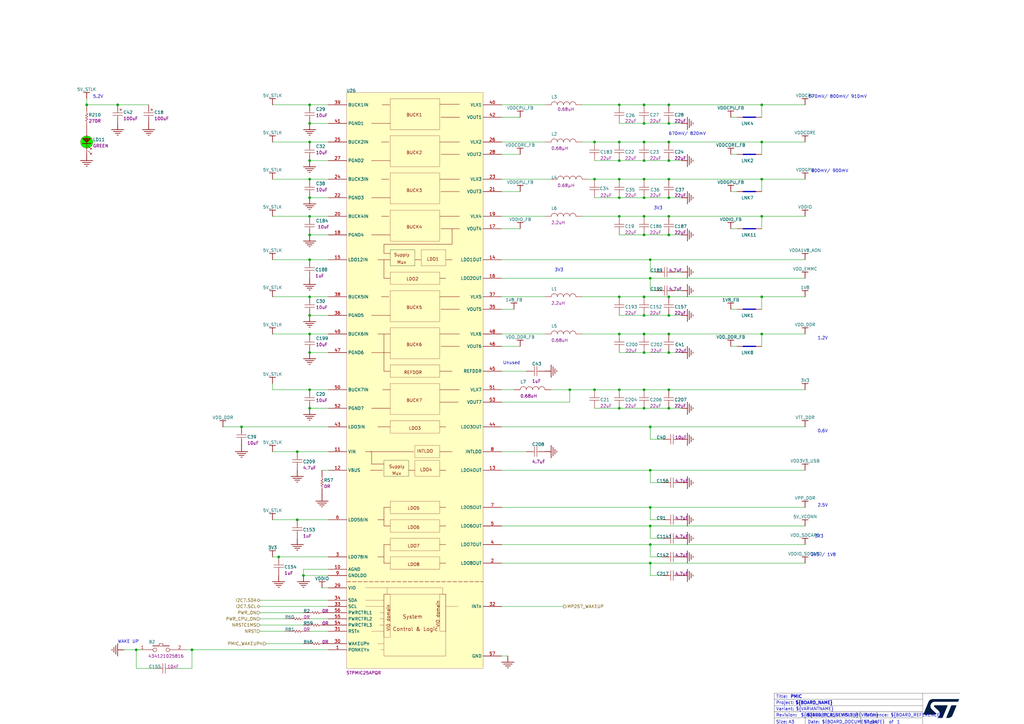
<source format=kicad_sch>
(kicad_sch (version 20250114) (generator "eeschema") (generator_version "9.0")
  (paper "A3")
  (title_block (title "PMIC") (date "Not used") (rev "Not used") (company "STMicroelectronics"))
  (text "Size:" (at 318.262 297.0022 0) (effects (font (size 1.27 1.27)) (justify left bottom)))
  (text "${VARIANTNAME}" (at 326.39 291.6682 0) (effects (font (size 1.27 1.27)) (justify left bottom)))
  (text "Date:" (at 331.216 297.0022 0) (effects (font (size 1.27 1.27)) (justify left bottom)))
  (text "5.2V" (at 38.1 40.4622 0) (effects (font (size 1.27 1.27)) (justify left bottom)))
  (text "" (at 335.28 208.1022 0) (effects (font (size 1.27 1.27)) (justify left bottom)))
  (text "${BOARD_DOCUMENT_DATE}" (at 337.058 297.0022 0) (effects (font (size 1.27 1.27)) (justify left bottom)))
  (text "Revision:" (at 318.262 294.2082 0) (effects (font (size 1.27 1.27)) (justify left bottom)))
  (text "800mV/ 900mV" (at 347.98 70.9422 0) (effects (font (size 1.27 1.27)) (justify right bottom)))
  (text "0.6V" (at 335.28 177.6222 0) (effects (font (size 1.27 1.27)) (justify left bottom)))
  (text "${TITLE}" (at 324.104 286.5882 0) (effects (font (size 1.27 1.27) (thickness 0.254) (bold yes)) (justify left bottom)))
  (text "-" (at 330.2 294.2082 0) (effects (font (size 1.27 1.27)) (justify left bottom)))
  (text "2.5V" (at 335.28 208.1022 0) (effects (font (size 1.27 1.27)) (justify left bottom)))
  (text "Unused" (at 213.36 149.6822 0) (effects (font (size 1.27 1.27)) (justify right bottom)))
  (text "WAKE UP" (at 48.26 263.9822 0) (effects (font (size 1.27 1.27)) (justify left bottom)))
  (text "3V3" (at 271.78 86.1822 0) (effects (font (size 1.27 1.27)) (justify right bottom)))
  (text "670mV/ 800mV/ 910mV" (at 355.6 40.4622 0) (effects (font (size 1.27 1.27)) (justify right bottom)))
  (text "A3" (at 323.342 297.0022 0) (effects (font (size 1.27 1.27)) (justify left bottom)))
  (text "Sheet:" (at 354.33 297.0022 0) (effects (font (size 1.27 1.27)) (justify left bottom)))
  (text "1.2V" (at 335.28 139.5222 0) (effects (font (size 1.27 1.27)) (justify left bottom)))
  (text "Project:" (at 318.262 289.1282 0) (effects (font (size 1.27 1.27)) (justify left bottom)))
  (text "${BOARD_PCB_REVISION}" (at 328.422 294.2082 0) (effects (font (size 1.27 1.27)) (justify left bottom)))
  (text "670mV/ 820mV" (at 289.56 55.7022 0) (effects (font (size 1.27 1.27)) (justify right bottom)))
  (text "${#}" (at 361.188 297.0022 0) (effects (font (size 1.27 1.27)) (justify left bottom)))
  (text "3V3 / 1V8" (at 342.9 228.4222 0) (effects (font (size 1.27 1.27)) (justify right bottom)))
  (text "3V3" (at 337.82 220.8022 0) (effects (font (size 1.27 1.27)) (justify right bottom)))
  (text "Reference:" (at 354.33 294.2082 0) (effects (font (size 1.27 1.27)) (justify left bottom)))
  (text "${BOARD_REFERENCE}" (at 365.252 294.2082 0) (effects (font (size 1.27 1.27)) (justify left bottom)))
  (text "${##}" (at 367.792 297.0022 0) (effects (font (size 1.27 1.27)) (justify left bottom)))
  (text "${BOARD_NAME}" (at 326.136 289.1282 0) (effects (font (size 1.27 1.27) (thickness 0.254) (bold yes)) (justify left bottom)))
  (text "3V3" (at 231.14 111.5822 0) (effects (font (size 1.27 1.27)) (justify right bottom)))
  (text "${BOARD_ASSEMBLY_REVISION}" (at 330.962 294.2082 0) (effects (font (size 1.27 1.27)) (justify left bottom)))
  (text "Title:" (at 318.262 286.5882 0) (effects (font (size 1.27 1.27)) (justify left bottom)))
  (text "of" (at 364.49 297.0022 0) (effects (font (size 1.27 1.27)) (justify left bottom)))
  (text "Variant:" (at 318.262 291.6682 0) (effects (font (size 1.27 1.27)) (justify left bottom)))
  (junction (at 254 65.8622))
  (junction (at 78.74 266.5222))
  (junction (at 274.32 96.3422))
  (junction (at 312.42 121.7422))
  (junction (at 264.16 73.4822))
  (junction (at 312.42 136.9822))
  (junction (at 233.68 159.8422))
  (junction (at 274.32 58.2422))
  (junction (at 55.88 266.5222))
  (junction (at 312.42 73.4822))
  (junction (at 264.16 159.8422))
  (junction (at 121.92 213.1822))
  (junction (at 254 58.2422))
  (junction (at 266.7 175.0822))
  (junction (at 264.16 96.3422))
  (junction (at 243.84 58.2422))
  (junction (at 264.16 88.7222))
  (junction (at 127 43.0022))
  (junction (at 312.42 58.2422))
  (junction (at 266.7 114.1222))
  (junction (at 114.3 228.4222))
  (junction (at 254 88.7222))
  (junction (at 274.32 65.8622))
  (junction (at 127 129.3622))
  (junction (at 124.46 236.0422))
  (junction (at 127 73.4822))
  (junction (at 48.26 43.0022))
  (junction (at 266.7 208.1022))
  (junction (at 254 136.9822))
  (junction (at 254 81.1022))
  (junction (at 127 159.8422))
  (junction (at 274.32 136.9822))
  (junction (at 127 65.8622))
  (junction (at 264.16 50.6222))
  (junction (at 274.32 43.0022))
  (junction (at 254 121.7422))
  (junction (at 99.06 175.0822))
  (junction (at 274.32 129.3622))
  (junction (at 266.7 106.5022))
  (junction (at 274.32 81.1022))
  (junction (at 127 106.5022))
  (junction (at 264.16 129.3622))
  (junction (at 254 73.4822))
  (junction (at 312.42 88.7222))
  (junction (at 35.56 43.0022))
  (junction (at 312.42 43.0022))
  (junction (at 264.16 58.2422))
  (junction (at 121.92 185.2422))
  (junction (at 243.84 73.4822))
  (junction (at 127 121.7422))
  (junction (at 274.32 167.4622))
  (junction (at 264.16 136.9822))
  (junction (at 127 144.6022))
  (junction (at 266.7 223.3422))
  (junction (at 254 167.4622))
  (junction (at 274.32 73.4822))
  (junction (at 274.32 88.7222))
  (junction (at 266.7 192.8622))
  (junction (at 254 159.8422))
  (junction (at 264.16 43.0022))
  (junction (at 266.7 215.7222))
  (junction (at 264.16 65.8622))
  (junction (at 274.32 159.8422))
  (junction (at 274.32 144.6022))
  (junction (at 127 58.2422))
  (junction (at 243.84 159.8422))
  (junction (at 264.16 121.7422))
  (junction (at 264.16 167.4622))
  (junction (at 266.7 230.9622))
  (junction (at 127 167.4622))
  (junction (at 274.32 121.7422))
  (junction (at 254 43.0022))
  (junction (at 127 50.6222))
  (junction (at 127 96.3422))
  (junction (at 264.16 81.1022))
  (junction (at 127 88.7222))
  (junction (at 127 81.1022))
  (junction (at 274.32 50.6222))
  (junction (at 264.16 144.6022))
  (junction (at 127 136.9822))
  (wire (pts (xy 274.32 73.4822) (xy 312.42 73.4822)))
  (wire (pts (xy 205.74 43.0022) (xy 223.52 43.0022)))
  (wire (pts (xy 279.4 111.5822) (xy 276.86 111.5822)))
  (wire (pts (xy 223.52 136.9822) (xy 205.74 136.9822)))
  (wire (pts (xy 266.7 223.3422) (xy 266.7 228.4222)))
  (wire (pts (xy 134.62 96.3422) (xy 127 96.3422)))
  (wire (pts (xy 233.68 159.8422) (xy 226.06 159.8422)))
  (wire (pts (xy 205.74 142.0622) (xy 213.36 142.0622)))
  (wire (pts (xy 205.74 208.1022) (xy 266.7 208.1022)))
  (wire (pts (xy 238.76 136.9822) (xy 254 136.9822)))
  (wire (pts (xy 312.42 43.0022) (xy 330.2 43.0022)))
  (wire (pts (xy 330.2 159.8422) (xy 274.32 159.8422)))
  (polyline (pts (xy 317.5 284.3022) (xy 317.5 297.0022)) (stroke (width 0.0254) (type solid) (color 0 0 0 1)))
  (wire (pts (xy 271.78 220.8022) (xy 266.7 220.8022)))
  (wire (pts (xy 132.08 241.1222) (xy 134.62 241.1222)))
  (wire (pts (xy 205.74 192.8622) (xy 266.7 192.8622)))
  (wire (pts (xy 254 159.8422) (xy 243.84 159.8422)))
  (wire (pts (xy 266.7 114.1222) (xy 330.2 114.1222)))
  (wire (pts (xy 266.7 192.8622) (xy 266.7 197.9422)))
  (wire (pts (xy 266.7 180.1622) (xy 271.78 180.1622)))
  (wire (pts (xy 312.42 73.4822) (xy 330.2 73.4822)))
  (wire (pts (xy 264.16 129.3622) (xy 254 129.3622)))
  (wire (pts (xy 266.7 230.9622) (xy 266.7 236.0422)))
  (wire (pts (xy 127 253.8222) (xy 134.62 253.8222)))
  (wire (pts (xy 243.84 159.8422) (xy 233.68 159.8422)))
  (wire (pts (xy 266.7 197.9422) (xy 271.78 197.9422)))
  (wire (pts (xy 134.62 144.6022) (xy 127 144.6022)))
  (wire (pts (xy 223.52 121.7422) (xy 205.74 121.7422)))
  (wire (pts (xy 134.62 185.2422) (xy 121.92 185.2422)))
  (wire (pts (xy 124.46 233.5022) (xy 134.62 233.5022)))
  (wire (pts (xy 254 121.7422) (xy 264.16 121.7422)))
  (wire (pts (xy 205.74 248.7422) (xy 231.14 248.7422)))
  (wire (pts (xy 302.26 126.8222) (xy 299.72 126.8222)))
  (wire (pts (xy 106.68 251.2822) (xy 124.46 251.2822)))
  (wire (pts (xy 134.62 175.0822) (xy 99.06 175.0822)))
  (wire (pts (xy 134.62 81.1022) (xy 127 81.1022)))
  (wire (pts (xy 266.7 106.5022) (xy 205.74 106.5022)))
  (wire (pts (xy 274.32 58.2422) (xy 312.42 58.2422)))
  (polyline (pts (xy 330.2 294.4622) (xy 330.2 297.0022)) (stroke (width 0.0254) (type solid) (color 0 0 0 1)))
  (wire (pts (xy 134.62 167.4622) (xy 127 167.4622)))
  (wire (pts (xy 254 65.8622) (xy 264.16 65.8622)))
  (wire (pts (xy 106.68 246.2022) (xy 134.62 246.2022)))
  (wire (pts (xy 264.16 88.7222) (xy 274.32 88.7222)))
  (wire (pts (xy 264.16 144.6022) (xy 274.32 144.6022)))
  (wire (pts (xy 266.7 114.1222) (xy 266.7 119.2022)))
  (wire (pts (xy 238.76 88.7222) (xy 254 88.7222)))
  (wire (pts (xy 266.7 220.8022) (xy 266.7 215.7222)))
  (wire (pts (xy 205.74 152.2222) (xy 215.9 152.2222)))
  (wire (pts (xy 134.62 65.8622) (xy 127 65.8622)))
  (wire (pts (xy 127 50.6222) (xy 134.62 50.6222)))
  (wire (pts (xy 266.7 223.3422) (xy 330.2 223.3422)))
  (wire (pts (xy 205.74 58.2422) (xy 223.52 58.2422)))
  (wire (pts (xy 279.4 119.2022) (xy 276.86 119.2022)))
  (wire (pts (xy 127 121.7422) (xy 134.62 121.7422)))
  (wire (pts (xy 134.62 73.4822) (xy 127 73.4822)))
  (wire (pts (xy 243.84 73.4822) (xy 241.3 73.4822)))
  (wire (pts (xy 111.76 159.8422) (xy 111.76 157.3022)))
  (wire (pts (xy 127 159.8422) (xy 111.76 159.8422)))
  (wire (pts (xy 106.68 248.7422) (xy 134.62 248.7422)))
  (wire (pts (xy 205.74 175.0822) (xy 266.7 175.0822)))
  (wire (pts (xy 134.62 88.7222) (xy 127 88.7222)))
  (wire (pts (xy 205.74 93.8022) (xy 213.36 93.8022)))
  (polyline (pts (xy 317.5 294.4622) (xy 378.46 294.4622)) (stroke (width 0.0254) (type solid) (color 0 0 0 1)))
  (wire (pts (xy 312.42 121.7422) (xy 312.42 126.8222)))
  (polyline (pts (xy 378.46 286.8422) (xy 317.5 286.8422)) (stroke (width 0.0254) (type solid) (color 0 0 0 1)))
  (wire (pts (xy 134.62 106.5022) (xy 127 106.5022)))
  (wire (pts (xy 274.32 65.8622) (xy 279.4 65.8622)))
  (wire (pts (xy 213.36 78.5622) (xy 205.74 78.5622)))
  (wire (pts (xy 134.62 129.3622) (xy 127 129.3622)))
  (wire (pts (xy 266.7 192.8622) (xy 330.2 192.8622)))
  (wire (pts (xy 243.84 81.1022) (xy 254 81.1022)))
  (wire (pts (xy 266.7 230.9622) (xy 330.2 230.9622)))
  (wire (pts (xy 106.68 256.3622) (xy 124.46 256.3622)))
  (polyline (pts (xy 353.06 291.9222) (xy 353.06 297.0022)) (stroke (width 0.0254) (type solid) (color 0 0 0 1)))
  (wire (pts (xy 264.16 167.4622) (xy 274.32 167.4622)))
  (wire (pts (xy 124.46 236.0422) (xy 124.46 233.5022)))
  (wire (pts (xy 274.32 136.9822) (xy 312.42 136.9822)))
  (wire (pts (xy 111.76 213.1822) (xy 121.92 213.1822)))
  (wire (pts (xy 274.32 50.6222) (xy 279.4 50.6222)))
  (wire (pts (xy 127 45.5422) (xy 127 43.0022)))
  (wire (pts (xy 299.72 93.8022) (xy 302.26 93.8022)))
  (wire (pts (xy 48.26 43.0022) (xy 60.96 43.0022)))
  (wire (pts (xy 266.7 208.1022) (xy 266.7 213.1822)))
  (wire (pts (xy 254 167.4622) (xy 264.16 167.4622)))
  (wire (pts (xy 274.32 121.7422) (xy 312.42 121.7422)))
  (wire (pts (xy 299.72 142.0622) (xy 302.26 142.0622)))
  (wire (pts (xy 78.74 274.1422) (xy 78.74 266.5222)))
  (wire (pts (xy 205.74 114.1222) (xy 266.7 114.1222)))
  (wire (pts (xy 264.16 73.4822) (xy 274.32 73.4822)))
  (wire (pts (xy 264.16 121.7422) (xy 274.32 121.7422)))
  (wire (pts (xy 274.32 81.1022) (xy 279.4 81.1022)))
  (wire (pts (xy 127 136.9822) (xy 134.62 136.9822)))
  (wire (pts (xy 233.68 164.9222) (xy 205.74 164.9222)))
  (wire (pts (xy 238.76 58.2422) (xy 243.84 58.2422)))
  (wire (pts (xy 274.32 159.8422) (xy 264.16 159.8422)))
  (wire (pts (xy 264.16 96.3422) (xy 274.32 96.3422)))
  (wire (pts (xy 312.42 43.0022) (xy 312.42 48.0822)))
  (wire (pts (xy 266.7 106.5022) (xy 266.7 111.5822)))
  (wire (pts (xy 254 88.7222) (xy 264.16 88.7222)))
  (wire (pts (xy 127 106.5022) (xy 111.76 106.5022)))
  (wire (pts (xy 127 258.9022) (xy 134.62 258.9022)))
  (wire (pts (xy 111.76 136.9822) (xy 127 136.9822)))
  (wire (pts (xy 106.68 253.8222) (xy 116.84 253.8222)))
  (wire (pts (xy 312.42 136.9822) (xy 312.42 142.0622)))
  (wire (pts (xy 266.7 208.1022) (xy 330.2 208.1022)))
  (polyline (pts (xy 317.5 289.3822) (xy 378.46 289.3822)) (stroke (width 0.0254) (type solid) (color 0 0 0 1)))
  (wire (pts (xy 106.68 258.9022) (xy 116.84 258.9022)))
  (wire (pts (xy 266.7 119.2022) (xy 269.24 119.2022)))
  (wire (pts (xy 264.16 58.2422) (xy 274.32 58.2422)))
  (wire (pts (xy 132.08 192.8622) (xy 134.62 192.8622)))
  (wire (pts (xy 205.74 223.3422) (xy 266.7 223.3422)))
  (wire (pts (xy 254 43.0022) (xy 264.16 43.0022)))
  (wire (pts (xy 55.88 266.5222) (xy 58.42 266.5222)))
  (polyline (pts (xy 393.7 284.3022) (xy 317.5 284.3022)) (stroke (width 0.0254) (type solid) (color 0 0 0 1)))
  (wire (pts (xy 71.12 274.1422) (xy 78.74 274.1422)))
  (wire (pts (xy 210.82 126.8222) (xy 205.74 126.8222)))
  (wire (pts (xy 264.16 43.0022) (xy 274.32 43.0022)))
  (wire (pts (xy 299.72 78.5622) (xy 302.26 78.5622)))
  (wire (pts (xy 312.42 136.9822) (xy 330.2 136.9822)))
  (wire (pts (xy 266.7 236.0422) (xy 271.78 236.0422)))
  (wire (pts (xy 78.74 266.5222) (xy 134.62 266.5222)))
  (wire (pts (xy 121.92 213.1822) (xy 134.62 213.1822)))
  (wire (pts (xy 205.74 73.4822) (xy 226.06 73.4822)))
  (wire (pts (xy 266.7 175.0822) (xy 266.7 180.1622)))
  (wire (pts (xy 274.32 96.3422) (xy 279.4 96.3422)))
  (wire (pts (xy 111.76 43.0022) (xy 127 43.0022)))
  (wire (pts (xy 279.4 129.3622) (xy 274.32 129.3622)))
  (wire (pts (xy 238.76 43.0022) (xy 254 43.0022)))
  (polyline (pts (xy 378.46 284.3022) (xy 378.46 297.0022)) (stroke (width 0.0254) (type solid) (color 0 0 0 1)))
  (wire (pts (xy 312.42 121.7422) (xy 330.2 121.7422)))
  (wire (pts (xy 274.32 144.6022) (xy 279.4 144.6022)))
  (wire (pts (xy 312.42 63.3222) (xy 312.42 58.2422)))
  (wire (pts (xy 254 81.1022) (xy 264.16 81.1022)))
  (wire (pts (xy 274.32 129.3622) (xy 264.16 129.3622)))
  (wire (pts (xy 233.68 159.8422) (xy 233.68 164.9222)))
  (wire (pts (xy 254 58.2422) (xy 264.16 58.2422)))
  (wire (pts (xy 264.16 81.1022) (xy 274.32 81.1022)))
  (wire (pts (xy 55.88 274.1422) (xy 55.88 266.5222)))
  (wire (pts (xy 205.74 88.7222) (xy 223.52 88.7222)))
  (wire (pts (xy 121.92 185.2422) (xy 111.76 185.2422)))
  (wire (pts (xy 299.72 48.0822) (xy 302.26 48.0822)))
  (wire (pts (xy 254 136.9822) (xy 264.16 136.9822)))
  (wire (pts (xy 254 73.4822) (xy 264.16 73.4822)))
  (polyline (pts (xy 317.5 291.9222) (xy 378.46 291.9222)) (stroke (width 0.0254) (type solid) (color 0 0 0 1)))
  (wire (pts (xy 243.84 167.4622) (xy 254 167.4622)))
  (wire (pts (xy 312.42 58.2422) (xy 330.2 58.2422)))
  (wire (pts (xy 215.9 185.2422) (xy 205.74 185.2422)))
  (wire (pts (xy 312.42 88.7222) (xy 330.2 88.7222)))
  (wire (pts (xy 127 88.7222) (xy 111.76 88.7222)))
  (wire (pts (xy 264.16 50.6222) (xy 274.32 50.6222)))
  (wire (pts (xy 243.84 73.4822) (xy 254 73.4822)))
  (wire (pts (xy 264.16 159.8422) (xy 254 159.8422)))
  (wire (pts (xy 35.56 43.0022) (xy 48.26 43.0022)))
  (wire (pts (xy 254 144.6022) (xy 264.16 144.6022)))
  (wire (pts (xy 109.22 263.9822) (xy 124.46 263.9822)))
  (wire (pts (xy 266.7 175.0822) (xy 330.2 175.0822)))
  (wire (pts (xy 99.06 175.0822) (xy 91.44 175.0822)))
  (wire (pts (xy 243.84 65.8622) (xy 254 65.8622)))
  (wire (pts (xy 205.74 269.0622) (xy 208.28 269.0622)))
  (wire (pts (xy 35.56 40.4622) (xy 35.56 43.0022)))
  (wire (pts (xy 264.16 65.8622) (xy 274.32 65.8622)))
  (wire (pts (xy 266.7 215.7222) (xy 330.2 215.7222)))
  (wire (pts (xy 243.84 58.2422) (xy 254 58.2422)))
  (wire (pts (xy 312.42 73.4822) (xy 312.42 78.5622)))
  (wire (pts (xy 205.74 215.7222) (xy 266.7 215.7222)))
  (wire (pts (xy 266.7 111.5822) (xy 269.24 111.5822)))
  (wire (pts (xy 254 50.6222) (xy 264.16 50.6222)))
  (wire (pts (xy 134.62 228.4222) (xy 114.3 228.4222)))
  (wire (pts (xy 254 96.3422) (xy 264.16 96.3422)))
  (wire (pts (xy 274.32 88.7222) (xy 312.42 88.7222)))
  (wire (pts (xy 76.2 266.5222) (xy 78.74 266.5222)))
  (wire (pts (xy 205.74 63.3222) (xy 213.36 63.3222)))
  (wire (pts (xy 55.88 266.5222) (xy 50.8 266.5222)))
  (wire (pts (xy 205.74 230.9622) (xy 266.7 230.9622)))
  (wire (pts (xy 127 73.4822) (xy 111.76 73.4822)))
  (wire (pts (xy 134.62 159.8422) (xy 127 159.8422)))
  (wire (pts (xy 266.7 228.4222) (xy 271.78 228.4222)))
  (wire (pts (xy 111.76 121.7422) (xy 127 121.7422)))
  (wire (pts (xy 330.2 106.5022) (xy 266.7 106.5022)))
  (wire (pts (xy 134.62 58.2422) (xy 127 58.2422)))
  (wire (pts (xy 114.3 228.4222) (xy 111.76 228.4222)))
  (wire (pts (xy 238.76 121.7422) (xy 254 121.7422)))
  (wire (pts (xy 264.16 136.9822) (xy 274.32 136.9822)))
  (wire (pts (xy 274.32 167.4622) (xy 279.4 167.4622)))
  (wire (pts (xy 127 58.2422) (xy 111.76 58.2422)))
  (wire (pts (xy 205.74 48.0822) (xy 213.36 48.0822)))
  (wire (pts (xy 127 43.0022) (xy 134.62 43.0022)))
  (wire (pts (xy 134.62 236.0422) (xy 124.46 236.0422)))
  (wire (pts (xy 210.82 159.8422) (xy 205.74 159.8422)))
  (wire (pts (xy 63.5 274.1422) (xy 55.88 274.1422)))
  (wire (pts (xy 312.42 88.7222) (xy 312.42 93.8022)))
  (wire (pts (xy 274.32 43.0022) (xy 312.42 43.0022)))
  (wire (pts (xy 266.7 213.1822) (xy 271.78 213.1822)))
  (wire (pts (xy 299.72 63.3222) (xy 302.26 63.3222)))
  (image (at 386.042 290.6347) (scale 0.137898))
  (hierarchical_label "MP257_WAKEUP" (shape output) (at 231.14 248.7422 0))
  (hierarchical_label "I2C7.SCL" (shape bidirectional) (at 106.68 248.7422 180))
  (hierarchical_label "NRST" (shape input) (at 106.68 258.9022 180))
  (hierarchical_label "NRSTC1MS" (shape input) (at 106.68 256.3622 180))
  (hierarchical_label "PWR_ON" (shape input) (at 106.68 251.2822 180))
  (hierarchical_label "PWR_CPU_ON" (shape input) (at 106.68 253.8222 180))
  (hierarchical_label "I2C7.SDA" (shape bidirectional) (at 106.68 246.2022 180))
  (hierarchical_label "PMIC_WAKEUPn" (shape input) (at 109.22 263.9822 180))
  (symbol (lib_name "U_PMIC_1_Capacitor_MCD_PARTS_database.DbLib_23") (lib_id "MCD_PARTS_database:U_PMIC_1_Capacitor_MCD_PARTS_database.DbLib") (at 261.62 63.3222 0) (unit 1)
    (property "Reference" "C23" (at 266.446 63.0682 0) (effects (justify left bottom)))
    (property "Value" "Capacitor" (effects (hide yes)))
    (property "Footprint" "C0603" (effects (hide yes)))
    (property "Description" "Capacitor, MLCC, 22uF, 6V3, X5R, +/-20%, 0603, T=0,8mm" (effects (hide yes)))
    (property "ALTIUM_VALUE" "22uF" (at 266.446 65.6082 0) (effects (justify left bottom)))
    (property "INTERNAL_PART_NUMBER" "MCD-00100" (effects (hide yes)))
    (property "STATUS" "Released" (effects (hide yes)))
    (property "PART_TYPE" "Capacitor" (effects (hide yes)))
    (property "MANUFACTURER_PART_NUMBER" "GRM188R60J226MEA0J" (effects (hide yes)))
    (property "MANUFACTURER" "MURATA" (effects (hide yes)))
    (property "PACKAGE" "0603" (effects (hide yes)))
    (property "COMPONENTLINK1DESCRIPTION" "Part_Information" (effects (hide yes)))
    (property "COMPONENTLINK1URL" "http://tunmcdsvn.tun.st.com/Component_Documentation_Library/Trunk/Capacitor/MURATA_GRM_Series" (effects (hide yes)))
    (property "ORDER_CODE_DIGIKEY" "490-7612-2-ND" (effects (hide yes)))
    (property "ORDER_CODE_FARNELL" "N/A" (effects (hide yes)))
    (property "ORDER_CODE_RS" "N/A" (effects (hide yes)))
    (property "PART_PREFERENCE" "Recommended" (effects (hide yes)))
    (property "ALTERNATE_MANUFACTURER" "N/A" (effects (hide yes)))
    (property "ALTERNATE_MANUFACTURER_PART_NUMBER" "N/A" (effects (hide yes)))
    (property "COMPONENT_COUNTRY_OF_ORIGIN" "Japan" (effects (hide yes)))
    (property "ID" "2766" (effects (hide yes)))
    (property "SHOWFIELDS" "YES" (effects (hide yes)))
  )
  (symbol (lib_id "MCD_PARTS_database:U_PMIC_0_Resistor_MCD_PARTS_database.DbLib") (at 119.38 251.2822 0) (unit 1)
    (property "Reference" "R60" (at 116.84 253.8222 0) (effects (justify left bottom)))
    (property "Footprint" "R0402" (effects (hide yes)))
    (property "Description" "Resistor,0R,0402,5%,1/16W" (effects (hide yes)))
    (property "ALTIUM_VALUE" "0R" (at 124.46 253.8222 0) (effects (justify left bottom)))
    (property "INTERNAL_PART_NUMBER" "MCD-00052" (effects (hide yes)))
    (property "MANUFACTURER_PART_NUMBER" "RC0402JR-070RL" (effects (hide yes)))
    (property "MANUFACTURER" "YAGEO" (effects (hide yes)))
    (property "COMPONENTLINK1DESCRIPTION" "Datasheet" (effects (hide yes)))
    (property "ECCN_US" "EAR99" (effects (hide yes)))
    (property "ECCN_EU" "NEC" (effects (hide yes)))
    (property "PROVIDED_BY" "SUBCO" (effects (hide yes)))
    (property "STATUS" "Released" (effects (hide yes)))
    (property "PART_TYPE" "Resistor" (effects (hide yes)))
    (property "INITIAL_BOARD_REFERENCE" "mb1274" (effects (hide yes)))
    (property "COMPONENTLINK1URL" "http://tunmcdsvn.tun.st.com/Component_Documentation_Library/Trunk/Resistor/YAGEO_RC_L_Series" (effects (hide yes)))
    (property "PACKAGE" "0402" (effects (hide yes)))
    (property "ALTERNATE_MANUFACTURER" "N/A" (effects (hide yes)))
    (property "ALTERNATE_MANUFACTURER_PART_NUMBER" "N/A" (effects (hide yes)))
    (property "ORDER_CODE_DIGIKEY" "311-0.0JRCT-ND" (effects (hide yes)))
    (property "ORDER_CODE_FARNELL" "9232516RL" (effects (hide yes)))
    (property "ORDER_CODE_RS" "618-5804" (effects (hide yes)))
    (property "PART_PREFERENCE" "Recommended" (effects (hide yes)))
    (property "COMPONENT_COUNTRY_OF_ORIGIN" "China" (effects (hide yes)))
    (property "ID" "2540" (effects (hide yes)))
    (property "SHOWFIELDS" "YES" (effects (hide yes)))
  )
  (symbol (lib_id "MCD_PARTS_database:U_PMIC_1_Capacitor_MCD_PARTS_database.DbLib") (at 241.3 164.9222 0) (unit 1)
    (property "Reference" "C21" (at 246.126 164.6682 0) (effects (justify left bottom)))
    (property "Value" "Capacitor" (effects (hide yes)))
    (property "Footprint" "C0805" (effects (hide yes)))
    (property "Description" "Capacitor, MLCC, 22uF, 10V, X5R, +/-20%, 0805, T=1,25mm" (effects (hide yes)))
    (property "INTERNAL_PART_NUMBER" "MCD-03139" (effects (hide yes)))
    (property "ALTIUM_VALUE" "22uF" (at 246.126 167.2082 0) (effects (justify left bottom)))
    (property "STATUS" "Checked" (effects (hide yes)))
    (property "PART_TYPE" "Capacitor" (effects (hide yes)))
    (property "PART_PREFERENCE" "Recommended" (effects (hide yes)))
    (property "MANUFACTURER" "MURATA" (effects (hide yes)))
    (property "MANUFACTURER_PART_NUMBER" "GRM21BR61A226ME51L" (effects (hide yes)))
    (property "PACKAGE" "0805" (effects (hide yes)))
    (property "COMPONENTLINK1URL" "http://tunmcdsvn.tun.st.com/Component_Documentation_Library/Trunk/Capacitor/MURATA_GRM_Series" (effects (hide yes)))
    (property "ORDER_CODE_DIGIKEY" "490-10511-2-ND" (effects (hide yes)))
    (property "ORDER_CODE_FARNELL" "2494270" (effects (hide yes)))
    (property "ORDER_CODE_RS" "N/A" (effects (hide yes)))
    (property "SHOWFIELDS" "YES" (effects (hide yes)))
    (property "ID" "5255" (effects (hide yes)))
    (property "COMPONENT_COUNTRY_OF_ORIGIN" "China, Japan" (effects (hide yes)))
  )
  (symbol (lib_name "U_PMIC_2_Capacitor_MCD_PARTS_database.DbLib_3") (lib_id "MCD_PARTS_database:U_PMIC_2_Capacitor_MCD_PARTS_database.DbLib") (at 274.32 114.1222 0) (unit 1)
    (property "Reference" "C189" (at 266.7 111.5822 0) (effects (justify left bottom)))
    (property "Value" "Capacitor" (effects (hide yes)))
    (property "Footprint" "C0402" (effects (hide yes)))
    (property "Description" "Capacitor, MLCC, 4.7uF, 6V3, X5R, +/-20%, 0402, T=0.5mm" (effects (hide yes)))
    (property "ALTIUM_VALUE" "4.7uF" (at 274.32 111.5822 0) (effects (justify left bottom)))
    (property "INTERNAL_PART_NUMBER" "MCD-01356" (effects (hide yes)))
    (property "STATUS" "Released" (effects (hide yes)))
    (property "PART_TYPE" "Capacitor" (effects (hide yes)))
    (property "MANUFACTURER_PART_NUMBER" "GRM155R60J475ME47" (effects (hide yes)))
    (property "MANUFACTURER" "MURATA" (effects (hide yes)))
    (property "PACKAGE" "0402" (effects (hide yes)))
    (property "COMPONENTLINK1URL" "http://tunmcdsvn.tun.st.com/Component_Documentation_Library/Trunk/Capacitor/MURATA_GRM_Series" (effects (hide yes)))
    (property "ORDER_CODE_DIGIKEY" "490-5915-1-ND" (effects (hide yes)))
    (property "ORDER_CODE_FARNELL" "2666407" (effects (hide yes)))
    (property "ORDER_CODE_RS" "814-5230" (effects (hide yes)))
    (property "PART_PREFERENCE" "Recommended" (effects (hide yes)))
    (property "COMPONENT_COUNTRY_OF_ORIGIN" "Japan" (effects (hide yes)))
    (property "SHOWFIELDS" "YES" (effects (hide yes)))
    (property "ID" "3456" (effects (hide yes)))
  )
  (symbol (lib_id "STM32MP25XXAK with 2 DDR4-altium-import:GND_POWER_GROUND") (at 279.4 213.1822 90) (unit 1)
    (property "Reference" "#PWR?" (effects (hide yes)))
    (property "Value" "GND" (effects (hide yes)))
  )
  (symbol (lib_name "U_PMIC_0_Inductor_MCD_PARTS_database.DbLib_4") (lib_id "MCD_PARTS_database:U_PMIC_0_Inductor_MCD_PARTS_database.DbLib") (at 226.06 55.7022 0) (unit 1)
    (property "Reference" "L2" (at 226.06 55.7022 0) (effects (justify left bottom)))
    (property "Value" "Inductor" (effects (hide yes)))
    (property "Footprint" "IND_2520_TOKO_DFE252012P" (effects (hide yes)))
    (property "Description" "Inductor, 0.68uH, +/-20%, Itemp= 3900mA, Isat= 5400mA, 0R031, 1008, T=1.2mm" (effects (hide yes)))
    (property "INTERNAL_PART_NUMBER" "MCD-03142" (effects (hide yes)))
    (property "ALTIUM_VALUE" "0.68µH" (at 226.06 61.5442 0) (effects (justify left bottom)))
    (property "STATUS" "Checked" (effects (hide yes)))
    (property "PART_TYPE" "Inductor" (effects (hide yes)))
    (property "PART_PREFERENCE" "Recommended" (effects (hide yes)))
    (property "MANUFACTURER" "MURATA" (effects (hide yes)))
    (property "MANUFACTURER_PART_NUMBER" "DFE252012F-R68M=P2" (effects (hide yes)))
    (property "PACKAGE" "1008" (effects (hide yes)))
    (property "COMPONENTLINK1URL" "http://tunmcdsvn.tun.st.com/Component_Documentation_Library/Trunk/Inductor/MURATA_DFE252012F-6R8M=P2" (effects (hide yes)))
    (property "ORDER_CODE_DIGIKEY" "490-13044-2-ND" (effects (hide yes)))
    (property "ORDER_CODE_FARNELL" "N/A" (effects (hide yes)))
    (property "ORDER_CODE_RS" "N/A" (effects (hide yes)))
    (property "SHOWFIELDS" "YES" (effects (hide yes)))
    (property "ID" "5258" (effects (hide yes)))
    (property "COMPONENT_COUNTRY_OF_ORIGIN" "Vietnam" (effects (hide yes)))
  )
  (symbol (lib_id "STM32MP25XXAK with 2 DDR4-altium-import:GND_POWER_GROUND") (at 127 50.6222 0) (unit 1)
    (property "Reference" "#PWR?" (effects (hide yes)))
    (property "Value" "GND" (effects (hide yes)))
  )
  (symbol (lib_id "STM32MP25XXAK with 2 DDR4-altium-import:GND_POWER_GROUND") (at 208.28 269.0622 0) (unit 1)
    (property "Reference" "#PWR?" (effects (hide yes)))
    (property "Value" "GND" (effects (hide yes)))
  )
  (symbol (lib_name "U_PMIC_1_Capacitor_MCD_PARTS_database.DbLib_15") (lib_id "MCD_PARTS_database:U_PMIC_1_Capacitor_MCD_PARTS_database.DbLib") (at 261.62 48.0822 0) (unit 1)
    (property "Reference" "C27" (at 266.446 47.8282 0) (effects (justify left bottom)))
    (property "Value" "Capacitor" (effects (hide yes)))
    (property "Footprint" "C0603" (effects (hide yes)))
    (property "Description" "Capacitor, MLCC, 22uF, 6V3, X5R, +/-20%, 0603, T=0,8mm" (effects (hide yes)))
    (property "INTERNAL_PART_NUMBER" "MCD-00100" (effects (hide yes)))
    (property "ALTIUM_VALUE" "22uF" (at 266.446 50.3682 0) (effects (justify left bottom)))
    (property "STATUS" "Released" (effects (hide yes)))
    (property "PART_TYPE" "Capacitor" (effects (hide yes)))
    (property "PART_PREFERENCE" "Recommended" (effects (hide yes)))
    (property "MANUFACTURER" "MURATA" (effects (hide yes)))
    (property "MANUFACTURER_PART_NUMBER" "GRM188R60J226MEA0J" (effects (hide yes)))
    (property "PACKAGE" "0603" (effects (hide yes)))
    (property "COMPONENTLINK1URL" "http://tunmcdsvn.tun.st.com/Component_Documentation_Library/Trunk/Capacitor/MURATA_GRM_Series" (effects (hide yes)))
    (property "ORDER_CODE_DIGIKEY" "490-7612-2-ND" (effects (hide yes)))
    (property "ORDER_CODE_FARNELL" "N/A" (effects (hide yes)))
    (property "ORDER_CODE_RS" "N/A" (effects (hide yes)))
    (property "COMPONENTLINK1DESCRIPTION" "Part_Information" (effects (hide yes)))
    (property "ALTERNATE_MANUFACTURER" "N/A" (effects (hide yes)))
    (property "ALTERNATE_MANUFACTURER_PART_NUMBER" "N/A" (effects (hide yes)))
    (property "COMPONENT_COUNTRY_OF_ORIGIN" "Japan" (effects (hide yes)))
    (property "ID" "2766" (effects (hide yes)))
    (property "SHOWFIELDS" "YES" (effects (hide yes)))
  )
  (symbol (lib_id "MCD_PARTS_database:U_PMIC_1_Capacitor_MCD_PARTS_database.DbLib") (at 261.62 126.8222 0) (unit 1)
    (property "Reference" "C152" (at 266.446 126.5682 0) (effects (justify left bottom)))
    (property "Value" "Capacitor" (effects (hide yes)))
    (property "Footprint" "C0805" (effects (hide yes)))
    (property "Description" "Capacitor, MLCC, 22uF, 10V, X5R, +/-20%, 0805, T=1,25mm" (effects (hide yes)))
    (property "INTERNAL_PART_NUMBER" "MCD-03139" (effects (hide yes)))
    (property "ALTIUM_VALUE" "22uF" (at 266.446 129.1082 0) (effects (justify left bottom)))
    (property "STATUS" "Checked" (effects (hide yes)))
    (property "PART_TYPE" "Capacitor" (effects (hide yes)))
    (property "PART_PREFERENCE" "Recommended" (effects (hide yes)))
    (property "MANUFACTURER" "MURATA" (effects (hide yes)))
    (property "MANUFACTURER_PART_NUMBER" "GRM21BR61A226ME51L" (effects (hide yes)))
    (property "PACKAGE" "0805" (effects (hide yes)))
    (property "COMPONENTLINK1URL" "http://tunmcdsvn.tun.st.com/Component_Documentation_Library/Trunk/Capacitor/MURATA_GRM_Series" (effects (hide yes)))
    (property "ORDER_CODE_DIGIKEY" "490-10511-2-ND" (effects (hide yes)))
    (property "ORDER_CODE_FARNELL" "2494270" (effects (hide yes)))
    (property "ORDER_CODE_RS" "N/A" (effects (hide yes)))
    (property "SHOWFIELDS" "YES" (effects (hide yes)))
    (property "ID" "5255" (effects (hide yes)))
    (property "COMPONENT_COUNTRY_OF_ORIGIN" "China, Japan" (effects (hide yes)))
  )
  (symbol (lib_id "STM32MP25XXAK with 2 DDR4-altium-import:3V3_BAR") (at 330.2 159.8422 180) (unit 1)
    (property "Reference" "#PWR?" (effects (hide yes)))
    (property "Value" "3V3" (at 330.2 156.0322 0))
  )
  (symbol (lib_id "MCD_PARTS_database:U_PMIC_0_Capacitor_MCD_PARTS_database.DbLib") (at 274.32 225.8822 0) (unit 1)
    (property "Reference" "C142" (at 269.24 228.4222 0) (effects (justify left bottom)))
    (property "Value" "Capacitor" (effects (hide yes)))
    (property "Footprint" "C0402" (effects (hide yes)))
    (property "Description" "Capacitor, MLCC, 4.7uF, 6V3, X5R, +/-20%, 0402, T=0.5mm" (effects (hide yes)))
    (property "ALTIUM_VALUE" "4.7uF" (at 276.86 228.4222 0) (effects (justify left bottom)))
    (property "INTERNAL_PART_NUMBER" "MCD-01356" (effects (hide yes)))
    (property "STATUS" "Released" (effects (hide yes)))
    (property "PART_TYPE" "Capacitor" (effects (hide yes)))
    (property "MANUFACTURER_PART_NUMBER" "GRM155R60J475ME47" (effects (hide yes)))
    (property "MANUFACTURER" "MURATA" (effects (hide yes)))
    (property "PACKAGE" "0402" (effects (hide yes)))
    (property "COMPONENTLINK1URL" "http://tunmcdsvn.tun.st.com/Component_Documentation_Library/Trunk/Capacitor/MURATA_GRM_Series" (effects (hide yes)))
    (property "ORDER_CODE_DIGIKEY" "490-5915-1-ND" (effects (hide yes)))
    (property "ORDER_CODE_FARNELL" "2666407" (effects (hide yes)))
    (property "ORDER_CODE_RS" "814-5230" (effects (hide yes)))
    (property "PART_PREFERENCE" "Recommended" (effects (hide yes)))
    (property "COMPONENT_COUNTRY_OF_ORIGIN" "Japan" (effects (hide yes)))
    (property "SHOWFIELDS" "YES" (effects (hide yes)))
    (property "ID" "3456" (effects (hide yes)))
  )
  (symbol (lib_name "U_PMIC_1_Capacitor_MCD_PARTS_database.DbLib_20") (lib_id "MCD_PARTS_database:U_PMIC_1_Capacitor_MCD_PARTS_database.DbLib") (at 261.62 142.0622 0) (unit 1)
    (property "Reference" "C202" (at 266.7 142.0622 0) (effects (justify left bottom)))
    (property "Value" "Capacitor" (effects (hide yes)))
    (property "Footprint" "C0603" (effects (hide yes)))
    (property "Description" "Capacitor, MLCC, 22uF, 6V3, X5R, +/-20%, 0603, T=0,8mm" (effects (hide yes)))
    (property "ALTIUM_VALUE" "22uF" (at 266.7 144.6022 0) (effects (justify left bottom)))
    (property "INTERNAL_PART_NUMBER" "MCD-00100" (effects (hide yes)))
    (property "STATUS" "Released" (effects (hide yes)))
    (property "PART_TYPE" "Capacitor" (effects (hide yes)))
    (property "MANUFACTURER_PART_NUMBER" "GRM188R60J226MEA0J" (effects (hide yes)))
    (property "MANUFACTURER" "MURATA" (effects (hide yes)))
    (property "PACKAGE" "0603" (effects (hide yes)))
    (property "COMPONENTLINK1DESCRIPTION" "Part_Information" (effects (hide yes)))
    (property "COMPONENTLINK1URL" "http://tunmcdsvn.tun.st.com/Component_Documentation_Library/Trunk/Capacitor/MURATA_GRM_Series" (effects (hide yes)))
    (property "ORDER_CODE_DIGIKEY" "490-7612-2-ND" (effects (hide yes)))
    (property "ORDER_CODE_FARNELL" "N/A" (effects (hide yes)))
    (property "ORDER_CODE_RS" "N/A" (effects (hide yes)))
    (property "PART_PREFERENCE" "Recommended" (effects (hide yes)))
    (property "ALTERNATE_MANUFACTURER" "N/A" (effects (hide yes)))
    (property "ALTERNATE_MANUFACTURER_PART_NUMBER" "N/A" (effects (hide yes)))
    (property "COMPONENT_COUNTRY_OF_ORIGIN" "Japan" (effects (hide yes)))
    (property "ID" "2766" (effects (hide yes)))
    (property "SHOWFIELDS" "YES" (effects (hide yes)))
  )
  (symbol (lib_id "MCD_PARTS_database:U_PMIC_0_Inductor_MCD_PARTS_database.DbLib") (at 226.06 40.4622 0) (unit 1)
    (property "Reference" "L3" (at 226.06 40.4622 0) (effects (justify left bottom)))
    (property "Value" "Inductor" (effects (hide yes)))
    (property "Footprint" "IND_2016_MURATA_LQM2MPN2R2NG0" (effects (hide yes)))
    (property "Description" "Inductor, 0.68uH, +/-20%, Itemp= 3100mA, Isat= 4300mA, 0R043, 0806, T=1mm" (effects (hide yes)))
    (property "INTERNAL_PART_NUMBER" "MCD-03141" (effects (hide yes)))
    (property "ALTIUM_VALUE" "0.68uH" (at 228.6 45.5422 0) (effects (justify left bottom)))
    (property "STATUS" "Checked" (effects (hide yes)))
    (property "PART_TYPE" "Inductor" (effects (hide yes)))
    (property "PART_PREFERENCE" "Recommended" (effects (hide yes)))
    (property "MANUFACTURER" "MURATA" (effects (hide yes)))
    (property "MANUFACTURER_PART_NUMBER" "DFE201610E-R68M=P2" (effects (hide yes)))
    (property "PACKAGE" "0806" (effects (hide yes)))
    (property "COMPONENTLINK1URL" "http://tunmcdsvn.tun.st.com/Component_Documentation_Library/Trunk/Inductor/MURATA_DFE201610E_Series" (effects (hide yes)))
    (property "ORDER_CODE_DIGIKEY" "N/A" (effects (hide yes)))
    (property "ORDER_CODE_FARNELL" "N/A" (effects (hide yes)))
    (property "ORDER_CODE_RS" "N/A" (effects (hide yes)))
    (property "SHOWFIELDS" "YES" (effects (hide yes)))
    (property "ID" "5257" (effects (hide yes)))
    (property "COMPONENT_COUNTRY_OF_ORIGIN" "Vietnam" (effects (hide yes)))
  )
  (symbol (lib_id "MCD_PARTS_database:U_PMIC_1_Capacitor_MCD_PARTS_database.DbLib") (at 261.62 164.9222 0) (unit 1)
    (property "Reference" "C206" (at 266.446 164.6682 0) (effects (justify left bottom)))
    (property "Value" "Capacitor" (effects (hide yes)))
    (property "Footprint" "C0805" (effects (hide yes)))
    (property "Description" "Capacitor, MLCC, 22uF, 10V, X5R, +/-20%, 0805, T=1,25mm" (effects (hide yes)))
    (property "INTERNAL_PART_NUMBER" "MCD-03139" (effects (hide yes)))
    (property "ALTIUM_VALUE" "22uF" (at 266.446 167.2082 0) (effects (justify left bottom)))
    (property "STATUS" "Checked" (effects (hide yes)))
    (property "PART_TYPE" "Capacitor" (effects (hide yes)))
    (property "PART_PREFERENCE" "Recommended" (effects (hide yes)))
    (property "MANUFACTURER" "MURATA" (effects (hide yes)))
    (property "MANUFACTURER_PART_NUMBER" "GRM21BR61A226ME51L" (effects (hide yes)))
    (property "PACKAGE" "0805" (effects (hide yes)))
    (property "COMPONENTLINK1URL" "http://tunmcdsvn.tun.st.com/Component_Documentation_Library/Trunk/Capacitor/MURATA_GRM_Series" (effects (hide yes)))
    (property "ORDER_CODE_DIGIKEY" "490-10511-2-ND" (effects (hide yes)))
    (property "ORDER_CODE_FARNELL" "2494270" (effects (hide yes)))
    (property "ORDER_CODE_RS" "N/A" (effects (hide yes)))
    (property "SHOWFIELDS" "YES" (effects (hide yes)))
    (property "ID" "5255" (effects (hide yes)))
    (property "COMPONENT_COUNTRY_OF_ORIGIN" "China, Japan" (effects (hide yes)))
  )
  (symbol (lib_id "STM32MP25XXAK with 2 DDR4-altium-import:VDD_DDR_FB_BAR") (at 299.72 142.0622 180) (unit 1)
    (property "Reference" "#PWR?" (effects (hide yes)))
    (property "Value" "VDD_DDR_FB" (at 299.72 138.2522 0))
  )
  (symbol (lib_id "MCD_PARTS_database:U_PMIC_0_Inductor_MCD_PARTS_database.DbLib") (at 213.36 157.3022 0) (unit 1)
    (property "Reference" "L7" (at 213.36 157.3022 0) (effects (justify left bottom)))
    (property "Value" "Inductor" (effects (hide yes)))
    (property "Footprint" "IND_2016_MURATA_LQM2MPN2R2NG0" (effects (hide yes)))
    (property "Description" "Inductor, 0.68uH, +/-20%, Itemp= 3100mA, Isat= 4300mA, 0R043, 0806, T=1mm" (effects (hide yes)))
    (property "INTERNAL_PART_NUMBER" "MCD-03141" (effects (hide yes)))
    (property "ALTIUM_VALUE" "0.68uH" (at 213.36 163.1442 0) (effects (justify left bottom)))
    (property "STATUS" "Checked" (effects (hide yes)))
    (property "PART_TYPE" "Inductor" (effects (hide yes)))
    (property "PART_PREFERENCE" "Recommended" (effects (hide yes)))
    (property "MANUFACTURER" "MURATA" (effects (hide yes)))
    (property "MANUFACTURER_PART_NUMBER" "DFE201610E-R68M=P2" (effects (hide yes)))
    (property "PACKAGE" "0806" (effects (hide yes)))
    (property "COMPONENTLINK1URL" "http://tunmcdsvn.tun.st.com/Component_Documentation_Library/Trunk/Inductor/MURATA_DFE201610E_Series" (effects (hide yes)))
    (property "ORDER_CODE_DIGIKEY" "N/A" (effects (hide yes)))
    (property "ORDER_CODE_FARNELL" "N/A" (effects (hide yes)))
    (property "ORDER_CODE_RS" "N/A" (effects (hide yes)))
    (property "SHOWFIELDS" "YES" (effects (hide yes)))
    (property "ID" "5257" (effects (hide yes)))
    (property "COMPONENT_COUNTRY_OF_ORIGIN" "Vietnam" (effects (hide yes)))
  )
  (symbol (lib_id "MCD_PARTS_database:U_PMIC_1_Capacitor_MCD_PARTS_database.DbLib") (at 251.46 93.8022 0) (unit 1)
    (property "Reference" "C19" (at 256.286 93.5482 0) (effects (justify left bottom)))
    (property "Value" "Capacitor" (effects (hide yes)))
    (property "Footprint" "C0805" (effects (hide yes)))
    (property "Description" "Capacitor, MLCC, 22uF, 10V, X5R, +/-20%, 0805, T=1,25mm" (effects (hide yes)))
    (property "INTERNAL_PART_NUMBER" "MCD-03139" (effects (hide yes)))
    (property "ALTIUM_VALUE" "22uF" (at 256.286 96.0882 0) (effects (justify left bottom)))
    (property "STATUS" "Checked" (effects (hide yes)))
    (property "PART_TYPE" "Capacitor" (effects (hide yes)))
    (property "PART_PREFERENCE" "Recommended" (effects (hide yes)))
    (property "MANUFACTURER" "MURATA" (effects (hide yes)))
    (property "MANUFACTURER_PART_NUMBER" "GRM21BR61A226ME51L" (effects (hide yes)))
    (property "PACKAGE" "0805" (effects (hide yes)))
    (property "COMPONENTLINK1URL" "http://tunmcdsvn.tun.st.com/Component_Documentation_Library/Trunk/Capacitor/MURATA_GRM_Series" (effects (hide yes)))
    (property "ORDER_CODE_DIGIKEY" "490-10511-2-ND" (effects (hide yes)))
    (property "ORDER_CODE_FARNELL" "2494270" (effects (hide yes)))
    (property "ORDER_CODE_RS" "N/A" (effects (hide yes)))
    (property "SHOWFIELDS" "YES" (effects (hide yes)))
    (property "ID" "5255" (effects (hide yes)))
    (property "COMPONENT_COUNTRY_OF_ORIGIN" "China, Japan" (effects (hide yes)))
  )
  (symbol (lib_id "MCD_PARTS_database:U_PMIC_1_Capacitor_MCD_PARTS_database.DbLib") (at 251.46 126.8222 0) (unit 1)
    (property "Reference" "C193" (at 256.286 126.5682 0) (effects (justify left bottom)))
    (property "Value" "Capacitor" (effects (hide yes)))
    (property "Footprint" "C0805" (effects (hide yes)))
    (property "Description" "Capacitor, MLCC, 22uF, 10V, X5R, +/-20%, 0805, T=1,25mm" (effects (hide yes)))
    (property "INTERNAL_PART_NUMBER" "MCD-03139" (effects (hide yes)))
    (property "ALTIUM_VALUE" "22uF" (at 256.286 129.1082 0) (effects (justify left bottom)))
    (property "STATUS" "Checked" (effects (hide yes)))
    (property "PART_TYPE" "Capacitor" (effects (hide yes)))
    (property "PART_PREFERENCE" "Recommended" (effects (hide yes)))
    (property "MANUFACTURER" "MURATA" (effects (hide yes)))
    (property "MANUFACTURER_PART_NUMBER" "GRM21BR61A226ME51L" (effects (hide yes)))
    (property "PACKAGE" "0805" (effects (hide yes)))
    (property "COMPONENTLINK1URL" "http://tunmcdsvn.tun.st.com/Component_Documentation_Library/Trunk/Capacitor/MURATA_GRM_Series" (effects (hide yes)))
    (property "ORDER_CODE_DIGIKEY" "490-10511-2-ND" (effects (hide yes)))
    (property "ORDER_CODE_FARNELL" "2494270" (effects (hide yes)))
    (property "ORDER_CODE_RS" "N/A" (effects (hide yes)))
    (property "SHOWFIELDS" "YES" (effects (hide yes)))
    (property "ID" "5255" (effects (hide yes)))
    (property "COMPONENT_COUNTRY_OF_ORIGIN" "China, Japan" (effects (hide yes)))
  )
  (symbol (lib_name "U_PMIC_1_Capacitor_MCD_PARTS_database.DbLib_26") (lib_id "MCD_PARTS_database:U_PMIC_1_Capacitor_MCD_PARTS_database.DbLib") (at 271.78 78.5622 0) (unit 1)
    (property "Reference" "C37" (at 276.86 78.5622 0) (effects (justify left bottom)))
    (property "Value" "Capacitor" (effects (hide yes)))
    (property "Footprint" "C0603" (effects (hide yes)))
    (property "Description" "Capacitor, MLCC, 22uF, 6V3, X5R, +/-20%, 0603, T=0,8mm" (effects (hide yes)))
    (property "ALTIUM_VALUE" "22uF" (at 276.606 80.8482 0) (effects (justify left bottom)))
    (property "INTERNAL_PART_NUMBER" "MCD-00100" (effects (hide yes)))
    (property "STATUS" "Released" (effects (hide yes)))
    (property "PART_TYPE" "Capacitor" (effects (hide yes)))
    (property "MANUFACTURER_PART_NUMBER" "GRM188R60J226MEA0J" (effects (hide yes)))
    (property "MANUFACTURER" "MURATA" (effects (hide yes)))
    (property "PACKAGE" "0603" (effects (hide yes)))
    (property "COMPONENTLINK1DESCRIPTION" "Part_Information" (effects (hide yes)))
    (property "COMPONENTLINK1URL" "http://tunmcdsvn.tun.st.com/Component_Documentation_Library/Trunk/Capacitor/MURATA_GRM_Series" (effects (hide yes)))
    (property "ORDER_CODE_DIGIKEY" "490-7612-2-ND" (effects (hide yes)))
    (property "ORDER_CODE_FARNELL" "N/A" (effects (hide yes)))
    (property "ORDER_CODE_RS" "N/A" (effects (hide yes)))
    (property "PART_PREFERENCE" "Recommended" (effects (hide yes)))
    (property "ALTERNATE_MANUFACTURER" "N/A" (effects (hide yes)))
    (property "ALTERNATE_MANUFACTURER_PART_NUMBER" "N/A" (effects (hide yes)))
    (property "COMPONENT_COUNTRY_OF_ORIGIN" "Japan" (effects (hide yes)))
    (property "ID" "2766" (effects (hide yes)))
    (property "SHOWFIELDS" "YES" (effects (hide yes)))
  )
  (symbol (lib_name "U_PMIC_1_Capacitor_MCD_PARTS_database.DbLib_2") (lib_id "MCD_PARTS_database:U_PMIC_1_Capacitor_MCD_PARTS_database.DbLib") (at 124.46 164.9222 0) (unit 1)
    (property "Reference" "C20" (at 129.54 162.3822 0) (effects (justify left bottom)))
    (property "Value" "Capacitor" (effects (hide yes)))
    (property "Footprint" "C0603" (effects (hide yes)))
    (property "Description" "Capacitor, MLCC, 10uF, 10V, X5R, +/-10%, 0603, T=0,8mm" (effects (hide yes)))
    (property "ALTIUM_VALUE" "10uF" (at 129.54 164.9222 0) (effects (justify left bottom)))
    (property "INTERNAL_PART_NUMBER" "MCD-00099" (effects (hide yes)))
    (property "STATUS" "Released" (effects (hide yes)))
    (property "PART_TYPE" "Capacitor" (effects (hide yes)))
    (property "MANUFACTURER_PART_NUMBER" "GRM188R61A106KE69D" (effects (hide yes)))
    (property "MANUFACTURER" "MURATA" (effects (hide yes)))
    (property "PACKAGE" "0603" (effects (hide yes)))
    (property "COMPONENTLINK1DESCRIPTION" "Part_Information" (effects (hide yes)))
    (property "COMPONENTLINK1URL" "http://tunmcdsvn.tun.st.com/Component_Documentation_Library/Trunk/Capacitor/MURATA_GRM_Series" (effects (hide yes)))
    (property "ORDER_CODE_DIGIKEY" "490-10474-1-ND" (effects (hide yes)))
    (property "ORDER_CODE_FARNELL" "2494233" (effects (hide yes)))
    (property "ORDER_CODE_RS" "170-6168" (effects (hide yes)))
    (property "PART_PREFERENCE" "Recommended" (effects (hide yes)))
    (property "ALTERNATE_MANUFACTURER" "N/A" (effects (hide yes)))
    (property "ALTERNATE_MANUFACTURER_PART_NUMBER" "N/A" (effects (hide yes)))
    (property "COMPONENT_COUNTRY_OF_ORIGIN" "Japan" (effects (hide yes)))
    (property "ID" "2770" (effects (hide yes)))
    (property "SHOWFIELDS" "YES" (effects (hide yes)))
  )
  (symbol (lib_id "MCD_PARTS_database:U_PMIC_0_STPMIC2_MCD_PARTS_database.DbLib") (at 142.24 37.9222 0) (unit 1)
    (property "Reference" "U26" (at 141.986 37.9222 0) (effects (justify left bottom)))
    (property "Value" "STPMIC25APQR" (effects (hide yes)))
    (property "Footprint" "ICC_QFN56-EPAD_6P5X6P5_P040" (effects (hide yes)))
    (property "Description" "STPMIC2" (effects (hide yes)))
    (property "COMPONENTLINK1DESCRIPTION" "Datasheet" (effects (hide yes)))
    (property "COMPONENTLINK1URL" "http://tunmcdsvn.tun.st.com/Component_Documentation_Library/Trunk/IC/STMICROELECTRONICS_STPMIC2" (effects (hide yes)))
    (property "INTERNAL_PART_NUMBER" "MCD-03000" (effects (hide yes)))
    (property "ALTIUM_VALUE" "STPMIC25APQR" (at 141.986 276.6822 0) (effects (justify left bottom)))
    (property "STATUS" "Released" (effects (hide yes)))
    (property "PART_TYPE" "IC" (effects (hide yes)))
    (property "PART_PREFERENCE" "Recommended" (effects (hide yes)))
    (property "MANUFACTURER" "STMICROELECTRONICS" (effects (hide yes)))
    (property "MANUFACTURER_PART_NUMBER" "STPMIC25APQR" (effects (hide yes)))
    (property "PACKAGE" "VQFN" (effects (hide yes)))
    (property "ORDER_CODE_DIGIKEY" "N/A" (effects (hide yes)))
    (property "ORDER_CODE_FARNELL" "N/A" (effects (hide yes)))
    (property "ORDER_CODE_RS" "N/A" (effects (hide yes)))
    (property "COMPONENT_COUNTRY_OF_ORIGIN" "Unknown" (effects (hide yes)))
    (property "SHOWFIELDS" "YES" (effects (hide yes)))
    (property "ID" "5116" (effects (hide yes)))
  )
  (symbol (lib_id "STM32MP25XXAK with 2 DDR4-altium-import:GND_POWER_GROUND") (at 279.4 111.5822 90) (unit 1)
    (property "Reference" "#PWR?" (effects (hide yes)))
    (property "Value" "GND" (effects (hide yes)))
  )
  (symbol (lib_id "MCD_PARTS_database:U_PMIC_3_LED_green_MCD_PARTS_database.DbLib_0") (at 35.56 53.1622 0) (unit 1)
    (property "Reference" "LD11" (at 38.1 57.9882 0) (effects (justify left bottom)))
    (property "Value" "LED_green" (effects (hide yes)))
    (property "Footprint" "LED_0603_OSRAM_LG-Q396-PS-35_GREEN_1A2K_H0P4" (effects (hide yes)))
    (property "Description" "LED Green, 0603 SMD, Forward Voltage Typ=2V, Max=2.5V" (effects (hide yes)))
    (property "INTERNAL_PART_NUMBER" "MCD-00588" (effects (hide yes)))
    (property "ALTIUM_VALUE" "GREEN" (at 38.1 60.5282 0) (effects (justify left bottom)))
    (property "STATUS" "Released" (effects (hide yes)))
    (property "PART_TYPE" "Display" (effects (hide yes)))
    (property "MANUFACTURER_PART_NUMBER" "LG Q396-PS-35" (effects (hide yes)))
    (property "MANUFACTURER" "OSRAM OPTO SEMICONDUCTORS" (effects (hide yes)))
    (property "ALTERNATE_MANUFACTURER_PART_NUMBER" "VLMTG1300-GS08" (effects (hide yes)))
    (property "ALTERNATE_MANUFACTURER" "VISHAY SEMICONDUCTOR OPTO DIVISION" (effects (hide yes)))
    (property "PACKAGE" "LED 0603" (effects (hide yes)))
    (property "COMPONENTLINK1DESCRIPTION" "Datasheet" (effects (hide yes)))
    (property "COMPONENTLINK1URL" "http://tunmcdsvn.tun.st.com/Component_Documentation_Library/Trunk/Display/OSRAM_OPTO_SEMICONDUCTORS_LG-Q396-PS-35" (effects (hide yes)))
    (property "ORDER_CODE_DIGIKEY" "LG Q396-PS-35-ND" (effects (hide yes)))
    (property "PROVIDED_BY" "SUBCO" (effects (hide yes)))
    (property "ECCN_US" "n/a" (effects (hide yes)))
    (property "ECCN_EU" "n/a" (effects (hide yes)))
    (property "ALTERNATE_INTERNAL_PART_NUMBER" "MCD-02400" (effects (hide yes)))
    (property "COMPONENT_COUNTRY_OF_ORIGIN" "Unknown" (effects (hide yes)))
    (property "ID" "3155" (effects (hide yes)))
    (property "PART_PREFERENCE" "Recommended" (effects (hide yes)))
    (property "SHOWFIELDS" "YES" (effects (hide yes)))
    (property "ORDER_CODE_FARNELL" "N/A" (effects (hide yes)))
    (property "ORDER_CODE_RS" "N/A" (effects (hide yes)))
    (property "FULL_ALTERNATE_INTERNAL_PART_NUMBER" "MCD-02400" (effects (hide yes)))
  )
  (symbol (lib_id "STM32MP25XXAK with 2 DDR4-altium-import:VDDGPU_BAR") (at 330.2 73.4822 180) (unit 1)
    (property "Reference" "#PWR?" (effects (hide yes)))
    (property "Value" "VDDGPU" (at 330.2 69.6722 0))
  )
  (symbol (lib_id "MCD_PARTS_database:U_PMIC_1_Capacitor_MCD_PARTS_database.DbLib") (at 271.78 126.8222 0) (unit 1)
    (property "Reference" "C157" (at 276.606 126.5682 0) (effects (justify left bottom)))
    (property "Value" "Capacitor" (effects (hide yes)))
    (property "Footprint" "C0805" (effects (hide yes)))
    (property "Description" "Capacitor, MLCC, 22uF, 10V, X5R, +/-20%, 0805, T=1,25mm" (effects (hide yes)))
    (property "INTERNAL_PART_NUMBER" "MCD-03139" (effects (hide yes)))
    (property "ALTIUM_VALUE" "22uF" (at 276.606 129.1082 0) (effects (justify left bottom)))
    (property "STATUS" "Checked" (effects (hide yes)))
    (property "PART_TYPE" "Capacitor" (effects (hide yes)))
    (property "PART_PREFERENCE" "Recommended" (effects (hide yes)))
    (property "MANUFACTURER" "MURATA" (effects (hide yes)))
    (property "MANUFACTURER_PART_NUMBER" "GRM21BR61A226ME51L" (effects (hide yes)))
    (property "PACKAGE" "0805" (effects (hide yes)))
    (property "COMPONENTLINK1URL" "http://tunmcdsvn.tun.st.com/Component_Documentation_Library/Trunk/Capacitor/MURATA_GRM_Series" (effects (hide yes)))
    (property "ORDER_CODE_DIGIKEY" "490-10511-2-ND" (effects (hide yes)))
    (property "ORDER_CODE_FARNELL" "2494270" (effects (hide yes)))
    (property "ORDER_CODE_RS" "N/A" (effects (hide yes)))
    (property "SHOWFIELDS" "YES" (effects (hide yes)))
    (property "ID" "5255" (effects (hide yes)))
    (property "COMPONENT_COUNTRY_OF_ORIGIN" "China, Japan" (effects (hide yes)))
  )
  (symbol (lib_id "MCD_PARTS_database:U_PMIC_0_Capacitor_MCD_PARTS_database.DbLib") (at 218.44 182.7022 0) (unit 1)
    (property "Reference" "C208" (at 218.186 182.9562 0) (effects (justify left bottom)))
    (property "Value" "Capacitor" (effects (hide yes)))
    (property "Footprint" "C0402" (effects (hide yes)))
    (property "Description" "Capacitor, MLCC, 4.7uF, 6V3, X5R, +/-20%, 0402, T=0.5mm" (effects (hide yes)))
    (property "ALTIUM_VALUE" "4.7uF" (at 218.186 190.0682 0) (effects (justify left bottom)))
    (property "INTERNAL_PART_NUMBER" "MCD-01356" (effects (hide yes)))
    (property "STATUS" "Released" (effects (hide yes)))
    (property "PART_TYPE" "Capacitor" (effects (hide yes)))
    (property "MANUFACTURER_PART_NUMBER" "GRM155R60J475ME47" (effects (hide yes)))
    (property "MANUFACTURER" "MURATA" (effects (hide yes)))
    (property "PACKAGE" "0402" (effects (hide yes)))
    (property "COMPONENTLINK1URL" "http://tunmcdsvn.tun.st.com/Component_Documentation_Library/Trunk/Capacitor/MURATA_GRM_Series" (effects (hide yes)))
    (property "ORDER_CODE_DIGIKEY" "490-5915-1-ND" (effects (hide yes)))
    (property "ORDER_CODE_FARNELL" "2666407" (effects (hide yes)))
    (property "ORDER_CODE_RS" "814-5230" (effects (hide yes)))
    (property "PART_PREFERENCE" "Recommended" (effects (hide yes)))
    (property "COMPONENT_COUNTRY_OF_ORIGIN" "Japan" (effects (hide yes)))
    (property "SHOWFIELDS" "YES" (effects (hide yes)))
    (property "ID" "3456" (effects (hide yes)))
  )
  (symbol (lib_name "U_PMIC_1_Capacitor_MCD_PARTS_database.DbLib_19") (lib_id "MCD_PARTS_database:U_PMIC_1_Capacitor_MCD_PARTS_database.DbLib") (at 251.46 142.0622 0) (unit 1)
    (property "Reference" "C200" (at 256.54 142.0622 0) (effects (justify left bottom)))
    (property "Value" "Capacitor" (effects (hide yes)))
    (property "Footprint" "C0603" (effects (hide yes)))
    (property "Description" "Capacitor, MLCC, 22uF, 6V3, X5R, +/-20%, 0603, T=0,8mm" (effects (hide yes)))
    (property "ALTIUM_VALUE" "22uF" (at 256.54 144.6022 0) (effects (justify left bottom)))
    (property "INTERNAL_PART_NUMBER" "MCD-00100" (effects (hide yes)))
    (property "STATUS" "Released" (effects (hide yes)))
    (property "PART_TYPE" "Capacitor" (effects (hide yes)))
    (property "MANUFACTURER_PART_NUMBER" "GRM188R60J226MEA0J" (effects (hide yes)))
    (property "MANUFACTURER" "MURATA" (effects (hide yes)))
    (property "PACKAGE" "0603" (effects (hide yes)))
    (property "COMPONENTLINK1DESCRIPTION" "Part_Information" (effects (hide yes)))
    (property "COMPONENTLINK1URL" "http://tunmcdsvn.tun.st.com/Component_Documentation_Library/Trunk/Capacitor/MURATA_GRM_Series" (effects (hide yes)))
    (property "ORDER_CODE_DIGIKEY" "490-7612-2-ND" (effects (hide yes)))
    (property "ORDER_CODE_FARNELL" "N/A" (effects (hide yes)))
    (property "ORDER_CODE_RS" "N/A" (effects (hide yes)))
    (property "PART_PREFERENCE" "Recommended" (effects (hide yes)))
    (property "ALTERNATE_MANUFACTURER" "N/A" (effects (hide yes)))
    (property "ALTERNATE_MANUFACTURER_PART_NUMBER" "N/A" (effects (hide yes)))
    (property "COMPONENT_COUNTRY_OF_ORIGIN" "Japan" (effects (hide yes)))
    (property "ID" "2766" (effects (hide yes)))
    (property "SHOWFIELDS" "YES" (effects (hide yes)))
  )
  (symbol (lib_name "U_PMIC_0_Inductor_MCD_PARTS_database.DbLib_1") (lib_id "MCD_PARTS_database:U_PMIC_0_Inductor_MCD_PARTS_database.DbLib") (at 226.06 119.2022 0) (unit 1)
    (property "Reference" "L1" (at 226.06 119.2022 0) (effects (justify left bottom)))
    (property "Value" "Inductor" (effects (hide yes)))
    (property "Footprint" "IND_2016_MURATA_LQM2MPN2R2NG0" (effects (hide yes)))
    (property "Description" "Inductor, 2.2uH, +/-20%, Itemp= 1700mA, Isat= 2400mA, 0R140, 0806, T=1mm" (effects (hide yes)))
    (property "INTERNAL_PART_NUMBER" "MCD-03143" (effects (hide yes)))
    (property "ALTIUM_VALUE" "2.2uH" (at 226.06 125.0442 0) (effects (justify left bottom)))
    (property "STATUS" "Checked" (effects (hide yes)))
    (property "PART_TYPE" "Inductor" (effects (hide yes)))
    (property "PART_PREFERENCE" "Recommended" (effects (hide yes)))
    (property "MANUFACTURER" "MURATA" (effects (hide yes)))
    (property "MANUFACTURER_PART_NUMBER" "DFE201610E-2R2M=P2" (effects (hide yes)))
    (property "PACKAGE" "0806" (effects (hide yes)))
    (property "COMPONENTLINK1URL" "http://tunmcdsvn.tun.st.com/Component_Documentation_Library/Trunk/Inductor/MURATA_DFE201610E_Series" (effects (hide yes)))
    (property "ORDER_CODE_DIGIKEY" "490-17728-2-ND -" (effects (hide yes)))
    (property "ORDER_CODE_FARNELL" "N/A" (effects (hide yes)))
    (property "ORDER_CODE_RS" "N/A" (effects (hide yes)))
    (property "SHOWFIELDS" "YES" (effects (hide yes)))
    (property "ID" "5259" (effects (hide yes)))
    (property "COMPONENT_COUNTRY_OF_ORIGIN" "Vietnam" (effects (hide yes)))
  )
  (symbol (lib_id "MCD_PARTS_database:U_PMIC_3_Resistor_MCD_PARTS_database.DbLib") (at 38.1 45.5422 0) (unit 1)
    (property "Reference" "R210" (at 36.322 47.8282 0) (effects (justify left bottom)))
    (property "Value" "Resistor" (effects (hide yes)))
    (property "Footprint" "R0402" (effects (hide yes)))
    (property "Description" "Resistor,270R,0402,1%,1/16W" (effects (hide yes)))
    (property "INTERNAL_PART_NUMBER" "MCD-00441" (effects (hide yes)))
    (property "ALTIUM_VALUE" "270R" (at 36.322 50.3682 0) (effects (justify left bottom)))
    (property "STATUS" "Released" (effects (hide yes)))
    (property "PART_TYPE" "Resistor" (effects (hide yes)))
    (property "MANUFACTURER_PART_NUMBER" "RC0402FR-07270RL" (effects (hide yes)))
    (property "MANUFACTURER" "YAGEO" (effects (hide yes)))
    (property "PACKAGE" "0402" (effects (hide yes)))
    (property "COMPONENTLINK1DESCRIPTION" "Datasheet" (effects (hide yes)))
    (property "COMPONENTLINK1URL" "http://tunmcdsvn.tun.st.com/Component_Documentation_Library/Trunk/Resistor/YAGEO_RC_L_Series" (effects (hide yes)))
    (property "PROVIDED_BY" "SUBCO" (effects (hide yes)))
    (property "ECCN_US" "EAR99" (effects (hide yes)))
    (property "ECCN_EU" "NEC" (effects (hide yes)))
    (property "COMPONENT_COUNTRY_OF_ORIGIN" "China" (effects (hide yes)))
    (property "ID" "2838" (effects (hide yes)))
    (property "ORDER_CODE_DIGIKEY" "311-270LRCT-ND" (effects (hide yes)))
    (property "ORDER_CODE_FARNELL" "9239162" (effects (hide yes)))
    (property "ORDER_CODE_RS" "N/A" (effects (hide yes)))
    (property "PART_PREFERENCE" "Recommended" (effects (hide yes)))
    (property "SHOWFIELDS" "YES" (effects (hide yes)))
  )
  (symbol (lib_name "U_PMIC_1_Capacitor_MCD_PARTS_database.DbLib_17") (lib_id "MCD_PARTS_database:U_PMIC_1_Capacitor_MCD_PARTS_database.DbLib") (at 241.3 78.5622 0) (unit 1)
    (property "Reference" "C34" (at 245.872 78.0542 0) (effects (justify left bottom)))
    (property "Value" "Capacitor" (effects (hide yes)))
    (property "Footprint" "C0603" (effects (hide yes)))
    (property "Description" "Capacitor, MLCC, 22uF, 6V3, X5R, +/-20%, 0603, T=0,8mm" (effects (hide yes)))
    (property "ALTIUM_VALUE" "22uF" (at 246.126 80.8482 0) (effects (justify left bottom)))
    (property "INTERNAL_PART_NUMBER" "MCD-00100" (effects (hide yes)))
    (property "STATUS" "Released" (effects (hide yes)))
    (property "PART_TYPE" "Capacitor" (effects (hide yes)))
    (property "MANUFACTURER_PART_NUMBER" "GRM188R60J226MEA0J" (effects (hide yes)))
    (property "MANUFACTURER" "MURATA" (effects (hide yes)))
    (property "PACKAGE" "0603" (effects (hide yes)))
    (property "COMPONENTLINK1DESCRIPTION" "Part_Information" (effects (hide yes)))
    (property "COMPONENTLINK1URL" "http://tunmcdsvn.tun.st.com/Component_Documentation_Library/Trunk/Capacitor/MURATA_GRM_Series" (effects (hide yes)))
    (property "ORDER_CODE_DIGIKEY" "490-7612-2-ND" (effects (hide yes)))
    (property "ORDER_CODE_FARNELL" "N/A" (effects (hide yes)))
    (property "ORDER_CODE_RS" "N/A" (effects (hide yes)))
    (property "PART_PREFERENCE" "Recommended" (effects (hide yes)))
    (property "ALTERNATE_MANUFACTURER" "N/A" (effects (hide yes)))
    (property "ALTERNATE_MANUFACTURER_PART_NUMBER" "N/A" (effects (hide yes)))
    (property "COMPONENT_COUNTRY_OF_ORIGIN" "Japan" (effects (hide yes)))
    (property "ID" "2766" (effects (hide yes)))
    (property "SHOWFIELDS" "YES" (effects (hide yes)))
  )
  (symbol (lib_id "STM32MP25XXAK with 2 DDR4-altium-import:GND_POWER_GROUND") (at 279.4 65.8622 90) (unit 1)
    (property "Reference" "#PWR?" (effects (hide yes)))
    (property "Value" "GND" (effects (hide yes)))
  )
  (symbol (lib_id "STM32MP25XXAK with 2 DDR4-altium-import:VDDIO_SDCARD_BAR") (at 330.2 230.9622 180) (unit 1)
    (property "Reference" "#PWR?" (effects (hide yes)))
    (property "Value" "VDDIO_SDCARD" (at 330.2 227.1522 0))
  )
  (symbol (lib_id "STM32MP25XXAK with 2 DDR4-altium-import:GND_POWER_GROUND") (at 35.56 63.3222 0) (unit 1)
    (property "Reference" "#PWR?" (effects (hide yes)))
    (property "Value" "GND" (effects (hide yes)))
  )
  (symbol (lib_id "STM32MP25XXAK with 2 DDR4-altium-import:5V_STLK_BAR") (at 35.56 40.4622 180) (unit 1)
    (property "Reference" "#PWR?" (effects (hide yes)))
    (property "Value" "5V_STLK" (at 35.56 36.6522 0))
  )
  (symbol (lib_id "STM32MP25XXAK with 2 DDR4-altium-import:GND_POWER_GROUND") (at 279.4 50.6222 90) (unit 1)
    (property "Reference" "#PWR?" (effects (hide yes)))
    (property "Value" "GND" (effects (hide yes)))
  )
  (symbol (lib_id "STM32MP25XXAK with 2 DDR4-altium-import:GND_POWER_GROUND") (at 132.08 203.0222 0) (unit 1)
    (property "Reference" "#PWR?" (effects (hide yes)))
    (property "Value" "GND" (effects (hide yes)))
  )
  (symbol (lib_id "STM32MP25XXAK with 2 DDR4-altium-import:GND_POWER_GROUND") (at 124.46 236.0422 0) (unit 1)
    (property "Reference" "#PWR?" (effects (hide yes)))
    (property "Value" "GND" (effects (hide yes)))
  )
  (symbol (lib_name "U_PMIC_1_Capacitor_MCD_PARTS_database.DbLib_22") (lib_id "MCD_PARTS_database:U_PMIC_1_Capacitor_MCD_PARTS_database.DbLib") (at 271.78 48.0822 0) (unit 1)
    (property "Reference" "C28" (at 276.606 47.8282 0) (effects (justify left bottom)))
    (property "Value" "Capacitor" (effects (hide yes)))
    (property "Footprint" "C0603" (effects (hide yes)))
    (property "Description" "Capacitor, MLCC, 22uF, 6V3, X5R, +/-20%, 0603, T=0,8mm" (effects (hide yes)))
    (property "INTERNAL_PART_NUMBER" "MCD-00100" (effects (hide yes)))
    (property "ALTIUM_VALUE" "22uF" (at 276.606 50.3682 0) (effects (justify left bottom)))
    (property "STATUS" "Released" (effects (hide yes)))
    (property "PART_TYPE" "Capacitor" (effects (hide yes)))
    (property "PART_PREFERENCE" "Recommended" (effects (hide yes)))
    (property "MANUFACTURER" "MURATA" (effects (hide yes)))
    (property "MANUFACTURER_PART_NUMBER" "GRM188R60J226MEA0J" (effects (hide yes)))
    (property "PACKAGE" "0603" (effects (hide yes)))
    (property "COMPONENTLINK1URL" "http://tunmcdsvn.tun.st.com/Component_Documentation_Library/Trunk/Capacitor/MURATA_GRM_Series" (effects (hide yes)))
    (property "ORDER_CODE_DIGIKEY" "490-7612-2-ND" (effects (hide yes)))
    (property "ORDER_CODE_FARNELL" "N/A" (effects (hide yes)))
    (property "ORDER_CODE_RS" "N/A" (effects (hide yes)))
    (property "COMPONENTLINK1DESCRIPTION" "Part_Information" (effects (hide yes)))
    (property "ALTERNATE_MANUFACTURER" "N/A" (effects (hide yes)))
    (property "ALTERNATE_MANUFACTURER_PART_NUMBER" "N/A" (effects (hide yes)))
    (property "COMPONENT_COUNTRY_OF_ORIGIN" "Japan" (effects (hide yes)))
    (property "ID" "2766" (effects (hide yes)))
    (property "SHOWFIELDS" "YES" (effects (hide yes)))
  )
  (symbol (lib_id "STM32MP25XXAK with 2 DDR4-altium-import:VDDCPU_FB_BAR") (at 213.36 48.0822 180) (unit 1)
    (property "Reference" "#PWR?" (effects (hide yes)))
    (property "Value" "VDDCPU_FB" (at 213.36 44.2722 0))
  )
  (symbol (lib_id "STM32MP25XXAK with 2 DDR4-altium-import:GND_POWER_GROUND") (at 114.3 236.0422 0) (unit 1)
    (property "Reference" "#PWR?" (effects (hide yes)))
    (property "Value" "GND" (effects (hide yes)))
  )
  (symbol (lib_id "STM32MP25XXAK with 2 DDR4-altium-import:VDDIO_BAR") (at 330.2 88.7222 180) (unit 1)
    (property "Reference" "#PWR?" (effects (hide yes)))
    (property "Value" "VDDIO" (at 330.2 84.9122 0))
  )
  (symbol (lib_name "U_PMIC_1_Capacitor_MCD_PARTS_database.DbLib_21") (lib_id "MCD_PARTS_database:U_PMIC_1_Capacitor_MCD_PARTS_database.DbLib") (at 251.46 78.5622 0) (unit 1)
    (property "Reference" "C35" (at 256.54 78.5622 0) (effects (justify left bottom)))
    (property "Value" "Capacitor" (effects (hide yes)))
    (property "Footprint" "C0603" (effects (hide yes)))
    (property "Description" "Capacitor, MLCC, 22uF, 6V3, X5R, +/-20%, 0603, T=0,8mm" (effects (hide yes)))
    (property "ALTIUM_VALUE" "22uF" (at 256.286 80.8482 0) (effects (justify left bottom)))
    (property "INTERNAL_PART_NUMBER" "MCD-00100" (effects (hide yes)))
    (property "STATUS" "Released" (effects (hide yes)))
    (property "PART_TYPE" "Capacitor" (effects (hide yes)))
    (property "MANUFACTURER_PART_NUMBER" "GRM188R60J226MEA0J" (effects (hide yes)))
    (property "MANUFACTURER" "MURATA" (effects (hide yes)))
    (property "PACKAGE" "0603" (effects (hide yes)))
    (property "COMPONENTLINK1DESCRIPTION" "Part_Information" (effects (hide yes)))
    (property "COMPONENTLINK1URL" "http://tunmcdsvn.tun.st.com/Component_Documentation_Library/Trunk/Capacitor/MURATA_GRM_Series" (effects (hide yes)))
    (property "ORDER_CODE_DIGIKEY" "490-7612-2-ND" (effects (hide yes)))
    (property "ORDER_CODE_FARNELL" "N/A" (effects (hide yes)))
    (property "ORDER_CODE_RS" "N/A" (effects (hide yes)))
    (property "PART_PREFERENCE" "Recommended" (effects (hide yes)))
    (property "ALTERNATE_MANUFACTURER" "N/A" (effects (hide yes)))
    (property "ALTERNATE_MANUFACTURER_PART_NUMBER" "N/A" (effects (hide yes)))
    (property "COMPONENT_COUNTRY_OF_ORIGIN" "Japan" (effects (hide yes)))
    (property "ID" "2766" (effects (hide yes)))
    (property "SHOWFIELDS" "YES" (effects (hide yes)))
  )
  (symbol (lib_id "STM32MP25XXAK with 2 DDR4-altium-import:VDDCORE_BAR") (at 330.2 58.2422 180) (unit 1)
    (property "Reference" "#PWR?" (effects (hide yes)))
    (property "Value" "VDDCORE" (at 330.2 54.4322 0))
  )
  (symbol (lib_id "MCD_PARTS_database:U_PMIC_1_Capacitor_MCD_PARTS_database.DbLib") (at 261.62 93.8022 0) (unit 1)
    (property "Reference" "C186" (at 266.446 93.5482 0) (effects (justify left bottom)))
    (property "Value" "Capacitor" (effects (hide yes)))
    (property "Footprint" "C0805" (effects (hide yes)))
    (property "Description" "Capacitor, MLCC, 22uF, 10V, X5R, +/-20%, 0805, T=1,25mm" (effects (hide yes)))
    (property "INTERNAL_PART_NUMBER" "MCD-03139" (effects (hide yes)))
    (property "ALTIUM_VALUE" "22uF" (at 266.446 96.0882 0) (effects (justify left bottom)))
    (property "STATUS" "Checked" (effects (hide yes)))
    (property "PART_TYPE" "Capacitor" (effects (hide yes)))
    (property "PART_PREFERENCE" "Recommended" (effects (hide yes)))
    (property "MANUFACTURER" "MURATA" (effects (hide yes)))
    (property "MANUFACTURER_PART_NUMBER" "GRM21BR61A226ME51L" (effects (hide yes)))
    (property "PACKAGE" "0805" (effects (hide yes)))
    (property "COMPONENTLINK1URL" "http://tunmcdsvn.tun.st.com/Component_Documentation_Library/Trunk/Capacitor/MURATA_GRM_Series" (effects (hide yes)))
    (property "ORDER_CODE_DIGIKEY" "490-10511-2-ND" (effects (hide yes)))
    (property "ORDER_CODE_FARNELL" "2494270" (effects (hide yes)))
    (property "ORDER_CODE_RS" "N/A" (effects (hide yes)))
    (property "SHOWFIELDS" "YES" (effects (hide yes)))
    (property "ID" "5255" (effects (hide yes)))
    (property "COMPONENT_COUNTRY_OF_ORIGIN" "China, Japan" (effects (hide yes)))
  )
  (symbol (lib_id "STM32MP25XXAK with 2 DDR4-altium-import:5V_STLK_BAR") (at 111.76 185.2422 180) (unit 1)
    (property "Reference" "#PWR?" (effects (hide yes)))
    (property "Value" "5V_STLK" (at 111.76 181.4322 0))
  )
  (symbol (lib_name "U_PMIC_1_Capacitor_MCD_PARTS_database.DbLib_14") (lib_id "MCD_PARTS_database:U_PMIC_1_Capacitor_MCD_PARTS_database.DbLib") (at 251.46 63.3222 0) (unit 1)
    (property "Reference" "C22" (at 256.286 63.0682 0) (effects (justify left bottom)))
    (property "Value" "Capacitor" (effects (hide yes)))
    (property "Footprint" "C0603" (effects (hide yes)))
    (property "Description" "Capacitor, MLCC, 22uF, 6V3, X5R, +/-20%, 0603, T=0,8mm" (effects (hide yes)))
    (property "ALTIUM_VALUE" "22uF" (at 256.286 65.6082 0) (effects (justify left bottom)))
    (property "INTERNAL_PART_NUMBER" "MCD-00100" (effects (hide yes)))
    (property "STATUS" "Released" (effects (hide yes)))
    (property "PART_TYPE" "Capacitor" (effects (hide yes)))
    (property "MANUFACTURER_PART_NUMBER" "GRM188R60J226MEA0J" (effects (hide yes)))
    (property "MANUFACTURER" "MURATA" (effects (hide yes)))
    (property "PACKAGE" "0603" (effects (hide yes)))
    (property "COMPONENTLINK1DESCRIPTION" "Part_Information" (effects (hide yes)))
    (property "COMPONENTLINK1URL" "http://tunmcdsvn.tun.st.com/Component_Documentation_Library/Trunk/Capacitor/MURATA_GRM_Series" (effects (hide yes)))
    (property "ORDER_CODE_DIGIKEY" "490-7612-2-ND" (effects (hide yes)))
    (property "ORDER_CODE_FARNELL" "N/A" (effects (hide yes)))
    (property "ORDER_CODE_RS" "N/A" (effects (hide yes)))
    (property "PART_PREFERENCE" "Recommended" (effects (hide yes)))
    (property "ALTERNATE_MANUFACTURER" "N/A" (effects (hide yes)))
    (property "ALTERNATE_MANUFACTURER_PART_NUMBER" "N/A" (effects (hide yes)))
    (property "COMPONENT_COUNTRY_OF_ORIGIN" "Japan" (effects (hide yes)))
    (property "ID" "2766" (effects (hide yes)))
    (property "SHOWFIELDS" "YES" (effects (hide yes)))
  )
  (symbol (lib_name "U_PMIC_1_Capacitor_MCD_PARTS_database.DbLib_25") (lib_id "MCD_PARTS_database:U_PMIC_1_Capacitor_MCD_PARTS_database.DbLib") (at 261.62 78.5622 0) (unit 1)
    (property "Reference" "C36" (at 266.7 78.5622 0) (effects (justify left bottom)))
    (property "Value" "Capacitor" (effects (hide yes)))
    (property "Footprint" "C0603" (effects (hide yes)))
    (property "Description" "Capacitor, MLCC, 22uF, 6V3, X5R, +/-20%, 0603, T=0,8mm" (effects (hide yes)))
    (property "ALTIUM_VALUE" "22uF" (at 266.446 80.8482 0) (effects (justify left bottom)))
    (property "INTERNAL_PART_NUMBER" "MCD-00100" (effects (hide yes)))
    (property "STATUS" "Released" (effects (hide yes)))
    (property "PART_TYPE" "Capacitor" (effects (hide yes)))
    (property "MANUFACTURER_PART_NUMBER" "GRM188R60J226MEA0J" (effects (hide yes)))
    (property "MANUFACTURER" "MURATA" (effects (hide yes)))
    (property "PACKAGE" "0603" (effects (hide yes)))
    (property "COMPONENTLINK1DESCRIPTION" "Part_Information" (effects (hide yes)))
    (property "COMPONENTLINK1URL" "http://tunmcdsvn.tun.st.com/Component_Documentation_Library/Trunk/Capacitor/MURATA_GRM_Series" (effects (hide yes)))
    (property "ORDER_CODE_DIGIKEY" "490-7612-2-ND" (effects (hide yes)))
    (property "ORDER_CODE_FARNELL" "N/A" (effects (hide yes)))
    (property "ORDER_CODE_RS" "N/A" (effects (hide yes)))
    (property "PART_PREFERENCE" "Recommended" (effects (hide yes)))
    (property "ALTERNATE_MANUFACTURER" "N/A" (effects (hide yes)))
    (property "ALTERNATE_MANUFACTURER_PART_NUMBER" "N/A" (effects (hide yes)))
    (property "COMPONENT_COUNTRY_OF_ORIGIN" "Japan" (effects (hide yes)))
    (property "ID" "2766" (effects (hide yes)))
    (property "SHOWFIELDS" "YES" (effects (hide yes)))
  )
  (symbol (lib_name "U_PMIC_1_Capacitor_MCD_PARTS_database.DbLib_1") (lib_id "MCD_PARTS_database:U_PMIC_1_Capacitor_MCD_PARTS_database.DbLib") (at 124.46 142.0622 0) (unit 1)
    (property "Reference" "C199" (at 129.54 139.5222 0) (effects (justify left bottom)))
    (property "Value" "Capacitor" (effects (hide yes)))
    (property "Footprint" "C0603" (effects (hide yes)))
    (property "Description" "Capacitor, MLCC, 10uF, 10V, X5R, +/-10%, 0603, T=0,8mm" (effects (hide yes)))
    (property "ALTIUM_VALUE" "10uF" (at 129.54 142.0622 0) (effects (justify left bottom)))
    (property "INTERNAL_PART_NUMBER" "MCD-00099" (effects (hide yes)))
    (property "STATUS" "Released" (effects (hide yes)))
    (property "PART_TYPE" "Capacitor" (effects (hide yes)))
    (property "MANUFACTURER_PART_NUMBER" "GRM188R61A106KE69D" (effects (hide yes)))
    (property "MANUFACTURER" "MURATA" (effects (hide yes)))
    (property "PACKAGE" "0603" (effects (hide yes)))
    (property "COMPONENTLINK1DESCRIPTION" "Part_Information" (effects (hide yes)))
    (property "COMPONENTLINK1URL" "http://tunmcdsvn.tun.st.com/Component_Documentation_Library/Trunk/Capacitor/MURATA_GRM_Series" (effects (hide yes)))
    (property "ORDER_CODE_DIGIKEY" "490-10474-1-ND" (effects (hide yes)))
    (property "ORDER_CODE_FARNELL" "2494233" (effects (hide yes)))
    (property "ORDER_CODE_RS" "170-6168" (effects (hide yes)))
    (property "PART_PREFERENCE" "Recommended" (effects (hide yes)))
    (property "ALTERNATE_MANUFACTURER" "N/A" (effects (hide yes)))
    (property "ALTERNATE_MANUFACTURER_PART_NUMBER" "N/A" (effects (hide yes)))
    (property "COMPONENT_COUNTRY_OF_ORIGIN" "Japan" (effects (hide yes)))
    (property "ID" "2770" (effects (hide yes)))
    (property "SHOWFIELDS" "YES" (effects (hide yes)))
  )
  (symbol (lib_id "MCD_PARTS_database:U_PMIC_0_Resistor_MCD_PARTS_database.DbLib") (at 127 261.4422 0) (unit 1)
    (property "Reference" "R46" (at 124.46 263.9822 0) (effects (justify left bottom)))
    (property "Footprint" "R0402" (effects (hide yes)))
    (property "Description" "Resistor,0R,0402,5%,1/16W" (effects (hide yes)))
    (property "ALTIUM_VALUE" "0R" (at 132.08 263.9822 0) (effects (justify left bottom)))
    (property "INTERNAL_PART_NUMBER" "MCD-00052" (effects (hide yes)))
    (property "MANUFACTURER_PART_NUMBER" "RC0402JR-070RL" (effects (hide yes)))
    (property "MANUFACTURER" "YAGEO" (effects (hide yes)))
    (property "COMPONENTLINK1DESCRIPTION" "Datasheet" (effects (hide yes)))
    (property "ECCN_US" "EAR99" (effects (hide yes)))
    (property "ECCN_EU" "NEC" (effects (hide yes)))
    (property "PROVIDED_BY" "SUBCO" (effects (hide yes)))
    (property "STATUS" "Released" (effects (hide yes)))
    (property "PART_TYPE" "Resistor" (effects (hide yes)))
    (property "INITIAL_BOARD_REFERENCE" "mb1274" (effects (hide yes)))
    (property "COMPONENTLINK1URL" "http://tunmcdsvn.tun.st.com/Component_Documentation_Library/Trunk/Resistor/YAGEO_RC_L_Series" (effects (hide yes)))
    (property "PACKAGE" "0402" (effects (hide yes)))
    (property "ALTERNATE_MANUFACTURER" "N/A" (effects (hide yes)))
    (property "ALTERNATE_MANUFACTURER_PART_NUMBER" "N/A" (effects (hide yes)))
    (property "ORDER_CODE_DIGIKEY" "311-0.0JRCT-ND" (effects (hide yes)))
    (property "ORDER_CODE_FARNELL" "9232516RL" (effects (hide yes)))
    (property "ORDER_CODE_RS" "618-5804" (effects (hide yes)))
    (property "PART_PREFERENCE" "Recommended" (effects (hide yes)))
    (property "COMPONENT_COUNTRY_OF_ORIGIN" "China" (effects (hide yes)))
    (property "ID" "2540" (effects (hide yes)))
    (property "SHOWFIELDS" "YES" (effects (hide yes)))
  )
  (symbol (lib_name "U_PMIC_2_Capacitor_MCD_PARTS_database.DbLib_1") (lib_id "MCD_PARTS_database:U_PMIC_2_Capacitor_MCD_PARTS_database.DbLib") (at 276.86 182.7022 0) (unit 1)
    (property "Reference" "C40" (at 269.24 180.1622 0) (effects (justify left bottom)))
    (property "Value" "Capacitor" (effects (hide yes)))
    (property "Footprint" "C0402" (effects (hide yes)))
    (property "Description" "Capacitor, MLCC, 10uF, 6.3V, X5R, +/-20%, 0402, T=0.5mm" (effects (hide yes)))
    (property "INTERNAL_PART_NUMBER" "MCD-03140" (effects (hide yes)))
    (property "ALTIUM_VALUE" "10uF" (at 276.86 180.1622 0) (effects (justify left bottom)))
    (property "STATUS" "Checked" (effects (hide yes)))
    (property "PART_TYPE" "Capacitor" (effects (hide yes)))
    (property "PART_PREFERENCE" "Recommended" (effects (hide yes)))
    (property "MANUFACTURER" "MURATA" (effects (hide yes)))
    (property "MANUFACTURER_PART_NUMBER" "GRM155R60J106ME05D" (effects (hide yes)))
    (property "PACKAGE" "0402" (effects (hide yes)))
    (property "COMPONENTLINK1URL" "http://tunmcdsvn.tun.st.com/Component_Documentation_Library/Trunk/Capacitor/MURATA_GRM_Series" (effects (hide yes)))
    (property "ORDER_CODE_DIGIKEY" "490-GRM155R60J106ME05DTR-ND" (effects (hide yes)))
    (property "ORDER_CODE_FARNELL" "3784428" (effects (hide yes)))
    (property "ORDER_CODE_RS" "N/A" (effects (hide yes)))
    (property "SHOWFIELDS" "YES" (effects (hide yes)))
    (property "ID" "5256" (effects (hide yes)))
    (property "COMPONENT_COUNTRY_OF_ORIGIN" "China, Japan" (effects (hide yes)))
  )
  (symbol (lib_name "U_PMIC_1_Capacitor_MCD_PARTS_database.DbLib_8") (lib_id "MCD_PARTS_database:U_PMIC_1_Capacitor_MCD_PARTS_database.DbLib") (at 124.46 48.0822 0) (unit 1)
    (property "Reference" "C29" (at 129.54 45.5422 0) (effects (justify left bottom)))
    (property "Value" "Capacitor" (effects (hide yes)))
    (property "Footprint" "C0603" (effects (hide yes)))
    (property "Description" "Capacitor, MLCC, 10uF, 10V, X5R, +/-10%, 0603, T=0,8mm" (effects (hide yes)))
    (property "ALTIUM_VALUE" "10uF" (at 129.54 48.0822 0) (effects (justify left bottom)))
    (property "INTERNAL_PART_NUMBER" "MCD-00099" (effects (hide yes)))
    (property "STATUS" "Released" (effects (hide yes)))
    (property "PART_TYPE" "Capacitor" (effects (hide yes)))
    (property "MANUFACTURER_PART_NUMBER" "GRM188R61A106KE69D" (effects (hide yes)))
    (property "MANUFACTURER" "MURATA" (effects (hide yes)))
    (property "PACKAGE" "0603" (effects (hide yes)))
    (property "COMPONENTLINK1DESCRIPTION" "Part_Information" (effects (hide yes)))
    (property "COMPONENTLINK1URL" "http://tunmcdsvn.tun.st.com/Component_Documentation_Library/Trunk/Capacitor/MURATA_GRM_Series" (effects (hide yes)))
    (property "ORDER_CODE_DIGIKEY" "490-10474-1-ND" (effects (hide yes)))
    (property "ORDER_CODE_FARNELL" "2494233" (effects (hide yes)))
    (property "ORDER_CODE_RS" "170-6168" (effects (hide yes)))
    (property "PART_PREFERENCE" "Recommended" (effects (hide yes)))
    (property "ALTERNATE_MANUFACTURER" "N/A" (effects (hide yes)))
    (property "ALTERNATE_MANUFACTURER_PART_NUMBER" "N/A" (effects (hide yes)))
    (property "COMPONENT_COUNTRY_OF_ORIGIN" "Japan" (effects (hide yes)))
    (property "ID" "2770" (effects (hide yes)))
    (property "SHOWFIELDS" "YES" (effects (hide yes)))
  )
  (symbol (lib_id "STM32MP25XXAK with 2 DDR4-altium-import:GND_POWER_GROUND") (at 127 65.8622 0) (unit 1)
    (property "Reference" "#PWR?" (effects (hide yes)))
    (property "Value" "GND" (effects (hide yes)))
  )
  (symbol (lib_id "STM32MP25XXAK with 2 DDR4-altium-import:GND_POWER_GROUND") (at 279.4 119.2022 90) (unit 1)
    (property "Reference" "#PWR?" (effects (hide yes)))
    (property "Value" "GND" (effects (hide yes)))
  )
  (symbol (lib_name "U_PMIC_0_Capacitor_MCD_PARTS_database.DbLib_1") (lib_id "MCD_PARTS_database:U_PMIC_0_Capacitor_MCD_PARTS_database.DbLib") (at 66.04 271.6022 0) (unit 1)
    (property "Reference" "C155" (at 60.96 274.1422 0) (effects (justify left bottom)))
    (property "Value" "Capacitor" (effects (hide yes)))
    (property "Footprint" "C0402" (effects (hide yes)))
    (property "Description" "Capacitor, MLCC, 10nF, 50V, X7R, +/-10%, 0402, T=0.5mm" (effects (hide yes)))
    (property "ALTIUM_VALUE" "10nF" (at 68.58 274.1422 0) (effects (justify left bottom)))
    (property "INTERNAL_PART_NUMBER" "MCD-02198" (effects (hide yes)))
    (property "STATUS" "Checked" (effects (hide yes)))
    (property "PART_TYPE" "Capacitor" (effects (hide yes)))
    (property "MANUFACTURER_PART_NUMBER" "CC0402KRX7R9BB103" (effects (hide yes)))
    (property "MANUFACTURER" "YAGEO" (effects (hide yes)))
    (property "PACKAGE" "0402" (effects (hide yes)))
    (property "COMPONENTLINK1URL" "http://tunmcdsvn.tun.st.com/Component_Documentation_Library/Trunk/Capacitor/YAGEO_X7R_Series" (effects (hide yes)))
    (property "ORDER_CODE_DIGIKEY" "N/A" (effects (hide yes)))
    (property "ORDER_CODE_FARNELL" "N/A" (effects (hide yes)))
    (property "ORDER_CODE_RS" "6169644" (effects (hide yes)))
    (property "PART_PREFERENCE" "Recommended" (effects (hide yes)))
    (property "COMPONENT_COUNTRY_OF_ORIGIN" "China" (effects (hide yes)))
    (property "SHOWFIELDS" "YES" (effects (hide yes)))
    (property "ID" "4298" (effects (hide yes)))
  )
  (symbol (lib_id "STM32MP25XXAK with 2 DDR4-altium-import:5V_STLK_BAR") (at 111.76 106.5022 180) (unit 1)
    (property "Reference" "#PWR?" (effects (hide yes)))
    (property "Value" "5V_STLK" (at 111.76 102.6922 0))
  )
  (symbol (lib_id "STM32MP25XXAK with 2 DDR4-altium-import:GND_POWER_GROUND") (at 60.96 50.6222 0) (unit 1)
    (property "Reference" "#PWR?" (effects (hide yes)))
    (property "Value" "GND" (effects (hide yes)))
  )
  (symbol (lib_id "STM32MP25XXAK with 2 DDR4-altium-import:VDDIO_FB_BAR") (at 299.72 93.8022 180) (unit 1)
    (property "Reference" "#PWR?" (effects (hide yes)))
    (property "Value" "VDDIO_FB" (at 299.72 89.9922 0))
  )
  (symbol (lib_id "STM32MP25XXAK with 2 DDR4-altium-import:5V_STLK_BAR") (at 111.76 136.9822 180) (unit 1)
    (property "Reference" "#PWR?" (effects (hide yes)))
    (property "Value" "5V_STLK" (at 111.76 133.1722 0))
  )
  (symbol (lib_id "STM32MP25XXAK with 2 DDR4-altium-import:GND_POWER_GROUND") (at 279.4 236.0422 90) (unit 1)
    (property "Reference" "#PWR?" (effects (hide yes)))
    (property "Value" "GND" (effects (hide yes)))
  )
  (symbol (lib_name "U_PMIC_1_Capacitor_MCD_PARTS_database.DbLib_4") (lib_id "MCD_PARTS_database:U_PMIC_1_Capacitor_MCD_PARTS_database.DbLib") (at 111.76 233.5022 0) (unit 1)
    (property "Reference" "C154" (at 116.586 233.2482 0) (effects (justify left bottom)))
    (property "Value" "Capacitor" (effects (hide yes)))
    (property "Footprint" "C0402" (effects (hide yes)))
    (property "Description" "Capacitor, MLCC, 1uF, 25V, X5R, +/-10%, 0402, T=0.5mm" (effects (hide yes)))
    (property "INTERNAL_PART_NUMBER" "MCD-00095" (effects (hide yes)))
    (property "ALTIUM_VALUE" "1uF" (at 116.586 235.7882 0) (effects (justify left bottom)))
    (property "STATUS" "Released" (effects (hide yes)))
    (property "PART_TYPE" "Capacitor" (effects (hide yes)))
    (property "PART_PREFERENCE" "Recommended" (effects (hide yes)))
    (property "MANUFACTURER" "MURATA" (effects (hide yes)))
    (property "MANUFACTURER_PART_NUMBER" "GRM155R61E105KA12" (effects (hide yes)))
    (property "PACKAGE" "0402" (effects (hide yes)))
    (property "COMPONENTLINK1URL" "http://tunmcdsvn.tun.st.com/Component_Documentation_Library/Trunk/Capacitor/MURATA_GRM_Series" (effects (hide yes)))
    (property "ORDER_CODE_DIGIKEY" "490-10017-1-ND" (effects (hide yes)))
    (property "ORDER_CODE_FARNELL" "2218855" (effects (hide yes)))
    (property "ORDER_CODE_RS" "846-7287" (effects (hide yes)))
    (property "COMPONENT_COUNTRY_OF_ORIGIN" "Japan" (effects (hide yes)))
    (property "SHOWFIELDS" "YES" (effects (hide yes)))
    (property "ID" "2772" (effects (hide yes)))
  )
  (symbol (lib_id "STM32MP25XXAK with 2 DDR4-altium-import:GND_POWER_GROUND") (at 127 167.4622 0) (unit 1)
    (property "Reference" "#PWR?" (effects (hide yes)))
    (property "Value" "GND" (effects (hide yes)))
  )
  (symbol (lib_id "STM32MP25XXAK with 2 DDR4-altium-import:5V_STLK_BAR") (at 111.76 73.4822 180) (unit 1)
    (property "Reference" "#PWR?" (effects (hide yes)))
    (property "Value" "5V_STLK" (at 111.76 69.6722 0))
  )
  (symbol (lib_id "STM32MP25XXAK with 2 DDR4-altium-import:5V_VCONN_BAR") (at 330.2 215.7222 180) (unit 1)
    (property "Reference" "#PWR?" (effects (hide yes)))
    (property "Value" "5V_VCONN" (at 330.2 211.9122 0))
  )
  (symbol (lib_id "STM32MP25XXAK with 2 DDR4-altium-import:VDDGPU_FB_BAR") (at 299.72 78.5622 180) (unit 1)
    (property "Reference" "#PWR?" (effects (hide yes)))
    (property "Value" "VDDGPU_FB" (at 299.72 74.7522 0))
  )
  (symbol (lib_id "STM32MP25XXAK with 2 DDR4-altium-import:GND_POWER_GROUND") (at 279.4 228.4222 90) (unit 1)
    (property "Reference" "#PWR?" (effects (hide yes)))
    (property "Value" "GND" (effects (hide yes)))
  )
  (symbol (lib_id "MCD_PARTS_database:U_PMIC_3_link_200_MCD_PARTS_database.DbLib") (at 309.88 63.3222 0) (unit 1)
    (property "Reference" "LNK2" (at 304.038 66.6242 0) (effects (justify left bottom)))
    (property "Value" "${ALTIUM_VALUE}" (effects (hide yes)))
    (property "Footprint" "LINK200" (effects (hide yes)))
    (property "Description" "Track link on PCB 200um width for layout routing" (effects (hide yes)))
    (property "ALTIUM_VALUE" "link_200" (effects (hide yes)))
    (property "COMPONENTLINK1URL" "http://tunmcdsvn.tun.st.com/Component_Documentation_Library/Trunk" (effects (hide yes)))
    (property "ID" "4889" (effects (hide yes)))
    (property "INTERNAL_PART_NUMBER" "MCD-02777" (effects (hide yes)))
    (property "MANUFACTURER" "N/A" (effects (hide yes)))
    (property "MANUFACTURER_PART_NUMBER" "link_200" (effects (hide yes)))
    (property "ORDER_CODE_DIGIKEY" "N/A" (effects (hide yes)))
    (property "ORDER_CODE_FARNELL" "N/A" (effects (hide yes)))
    (property "ORDER_CODE_RS" "N/A" (effects (hide yes)))
    (property "PART_PREFERENCE" "Recommended" (effects (hide yes)))
    (property "PART_TYPE" "Misc" (effects (hide yes)))
    (property "SHOWFIELDS" "YES" (effects (hide yes)))
    (property "STATUS" "Checked" (effects (hide yes)))
  )
  (symbol (lib_id "STM32MP25XXAK with 2 DDR4-altium-import:GND_POWER_GROUND") (at 279.4 167.4622 90) (unit 1)
    (property "Reference" "#PWR?" (effects (hide yes)))
    (property "Value" "GND" (effects (hide yes)))
  )
  (symbol (lib_id "STM32MP25XXAK with 2 DDR4-altium-import:GND_POWER_GROUND") (at 48.26 50.6222 0) (unit 1)
    (property "Reference" "#PWR?" (effects (hide yes)))
    (property "Value" "GND" (effects (hide yes)))
  )
  (symbol (lib_id "STM32MP25XXAK with 2 DDR4-altium-import:VDDIO_BAR") (at 132.08 241.1222 180) (unit 1)
    (property "Reference" "#PWR?" (effects (hide yes)))
    (property "Value" "VDDIO" (at 132.08 237.3122 0))
  )
  (symbol (lib_id "STM32MP25XXAK with 2 DDR4-altium-import:GND_POWER_GROUND") (at 279.4 144.6022 90) (unit 1)
    (property "Reference" "#PWR?" (effects (hide yes)))
    (property "Value" "GND" (effects (hide yes)))
  )
  (symbol (lib_name "U_PMIC_2_Capacitor_MCD_PARTS_database.DbLib_2") (lib_id "MCD_PARTS_database:U_PMIC_2_Capacitor_MCD_PARTS_database.DbLib") (at 276.86 200.4822 0) (unit 1)
    (property "Reference" "C156" (at 269.24 197.9422 0) (effects (justify left bottom)))
    (property "Value" "Capacitor" (effects (hide yes)))
    (property "Footprint" "C0402" (effects (hide yes)))
    (property "Description" "Capacitor, MLCC, 4.7uF, 6V3, X5R, +/-20%, 0402, T=0.5mm" (effects (hide yes)))
    (property "ALTIUM_VALUE" "4.7uF" (at 276.86 197.9422 0) (effects (justify left bottom)))
    (property "INTERNAL_PART_NUMBER" "MCD-01356" (effects (hide yes)))
    (property "STATUS" "Released" (effects (hide yes)))
    (property "PART_TYPE" "Capacitor" (effects (hide yes)))
    (property "MANUFACTURER_PART_NUMBER" "GRM155R60J475ME47" (effects (hide yes)))
    (property "MANUFACTURER" "MURATA" (effects (hide yes)))
    (property "PACKAGE" "0402" (effects (hide yes)))
    (property "COMPONENTLINK1URL" "http://tunmcdsvn.tun.st.com/Component_Documentation_Library/Trunk/Capacitor/MURATA_GRM_Series" (effects (hide yes)))
    (property "ORDER_CODE_DIGIKEY" "490-5915-1-ND" (effects (hide yes)))
    (property "ORDER_CODE_FARNELL" "2666407" (effects (hide yes)))
    (property "ORDER_CODE_RS" "814-5230" (effects (hide yes)))
    (property "PART_PREFERENCE" "Recommended" (effects (hide yes)))
    (property "COMPONENT_COUNTRY_OF_ORIGIN" "Japan" (effects (hide yes)))
    (property "SHOWFIELDS" "YES" (effects (hide yes)))
    (property "ID" "3456" (effects (hide yes)))
  )
  (symbol (lib_id "STM32MP25XXAK with 2 DDR4-altium-import:GND_POWER_GROUND") (at 127 144.6022 0) (unit 1)
    (property "Reference" "#PWR?" (effects (hide yes)))
    (property "Value" "GND" (effects (hide yes)))
  )
  (symbol (lib_id "STM32MP25XXAK with 2 DDR4-altium-import:VDDCORE_FB_BAR") (at 299.72 63.3222 180) (unit 1)
    (property "Reference" "#PWR?" (effects (hide yes)))
    (property "Value" "VDDCORE_FB" (at 299.72 59.5122 0))
  )
  (symbol (lib_id "STM32MP25XXAK with 2 DDR4-altium-import:5V_STLK_BAR") (at 111.76 157.3022 180) (unit 1)
    (property "Reference" "#PWR?" (effects (hide yes)))
    (property "Value" "5V_STLK" (at 111.76 153.4922 0))
  )
  (symbol (lib_id "STM32MP25XXAK with 2 DDR4-altium-import:GND_POWER_GROUND") (at 279.4 220.8022 90) (unit 1)
    (property "Reference" "#PWR?" (effects (hide yes)))
    (property "Value" "GND" (effects (hide yes)))
  )
  (symbol (lib_name "U_PMIC_0_Inductor_MCD_PARTS_database.DbLib_2") (lib_id "MCD_PARTS_database:U_PMIC_0_Inductor_MCD_PARTS_database.DbLib") (at 228.6 70.9422 0) (unit 1)
    (property "Reference" "L4" (at 226.06 73.4822 0) (effects (justify left bottom)))
    (property "Value" "Inductor" (effects (hide yes)))
    (property "Footprint" "IND_2520_TOKO_DFE252012P" (effects (hide yes)))
    (property "Description" "Inductor, 0.68uH, +/-20%, Itemp= 3900mA, Isat= 5400mA, 0R031, 1008, T=1.2mm" (effects (hide yes)))
    (property "INTERNAL_PART_NUMBER" "MCD-03142" (effects (hide yes)))
    (property "ALTIUM_VALUE" "0.68µH" (at 228.6 76.7842 0) (effects (justify left bottom)))
    (property "STATUS" "Checked" (effects (hide yes)))
    (property "PART_TYPE" "Inductor" (effects (hide yes)))
    (property "PART_PREFERENCE" "Recommended" (effects (hide yes)))
    (property "MANUFACTURER" "MURATA" (effects (hide yes)))
    (property "MANUFACTURER_PART_NUMBER" "DFE252012F-R68M=P2" (effects (hide yes)))
    (property "PACKAGE" "1008" (effects (hide yes)))
    (property "COMPONENTLINK1URL" "http://tunmcdsvn.tun.st.com/Component_Documentation_Library/Trunk/Inductor/MURATA_DFE252012F-6R8M=P2" (effects (hide yes)))
    (property "ORDER_CODE_DIGIKEY" "490-13044-2-ND" (effects (hide yes)))
    (property "ORDER_CODE_FARNELL" "N/A" (effects (hide yes)))
    (property "ORDER_CODE_RS" "N/A" (effects (hide yes)))
    (property "SHOWFIELDS" "YES" (effects (hide yes)))
    (property "ID" "5258" (effects (hide yes)))
    (property "COMPONENT_COUNTRY_OF_ORIGIN" "Vietnam" (effects (hide yes)))
  )
  (symbol (lib_id "STM32MP25XXAK with 2 DDR4-altium-import:GND_POWER_GROUND") (at 279.4 129.3622 90) (unit 1)
    (property "Reference" "#PWR?" (effects (hide yes)))
    (property "Value" "GND" (effects (hide yes)))
  )
  (symbol (lib_id "STM32MP25XXAK with 2 DDR4-altium-import:VDD_DDR_BAR") (at 330.2 136.9822 180) (unit 1)
    (property "Reference" "#PWR?" (effects (hide yes)))
    (property "Value" "VDD_DDR" (at 330.2 133.1722 0))
  )
  (symbol (lib_id "STM32MP25XXAK with 2 DDR4-altium-import:VDD3V3_USB_BAR") (at 330.2 192.8622 180) (unit 1)
    (property "Reference" "#PWR?" (effects (hide yes)))
    (property "Value" "VDD3V3_USB" (at 330.2 189.0522 0))
  )
  (symbol (lib_id "MCD_PARTS_database:U_PMIC_0_Inductor_MCD_PARTS_database.DbLib") (at 226.06 134.4422 0) (unit 1)
    (property "Reference" "L5" (at 226.06 134.4422 0) (effects (justify left bottom)))
    (property "Value" "Inductor" (effects (hide yes)))
    (property "Footprint" "IND_2016_MURATA_LQM2MPN2R2NG0" (effects (hide yes)))
    (property "Description" "Inductor, 0.68uH, +/-20%, Itemp= 3100mA, Isat= 4300mA, 0R043, 0806, T=1mm" (effects (hide yes)))
    (property "INTERNAL_PART_NUMBER" "MCD-03141" (effects (hide yes)))
    (property "ALTIUM_VALUE" "0.68uH" (at 226.06 140.2842 0) (effects (justify left bottom)))
    (property "STATUS" "Checked" (effects (hide yes)))
    (property "PART_TYPE" "Inductor" (effects (hide yes)))
    (property "PART_PREFERENCE" "Recommended" (effects (hide yes)))
    (property "MANUFACTURER" "MURATA" (effects (hide yes)))
    (property "MANUFACTURER_PART_NUMBER" "DFE201610E-R68M=P2" (effects (hide yes)))
    (property "PACKAGE" "0806" (effects (hide yes)))
    (property "COMPONENTLINK1URL" "http://tunmcdsvn.tun.st.com/Component_Documentation_Library/Trunk/Inductor/MURATA_DFE201610E_Series" (effects (hide yes)))
    (property "ORDER_CODE_DIGIKEY" "N/A" (effects (hide yes)))
    (property "ORDER_CODE_FARNELL" "N/A" (effects (hide yes)))
    (property "ORDER_CODE_RS" "N/A" (effects (hide yes)))
    (property "SHOWFIELDS" "YES" (effects (hide yes)))
    (property "ID" "5257" (effects (hide yes)))
    (property "COMPONENT_COUNTRY_OF_ORIGIN" "Vietnam" (effects (hide yes)))
  )
  (symbol (lib_id "STM32MP25XXAK with 2 DDR4-altium-import:GND_POWER_GROUND") (at 279.4 180.1622 90) (unit 1)
    (property "Reference" "#PWR?" (effects (hide yes)))
    (property "Value" "GND" (effects (hide yes)))
  )
  (symbol (lib_id "STM32MP25XXAK with 2 DDR4-altium-import:GND_POWER_GROUND") (at 127 129.3622 0) (unit 1)
    (property "Reference" "#PWR?" (effects (hide yes)))
    (property "Value" "GND" (effects (hide yes)))
  )
  (symbol (lib_id "STM32MP25XXAK with 2 DDR4-altium-import:VTT_DDR_BAR") (at 330.2 175.0822 180) (unit 1)
    (property "Reference" "#PWR?" (effects (hide yes)))
    (property "Value" "VTT_DDR" (at 330.2 171.2722 0))
  )
  (symbol (lib_id "STM32MP25XXAK with 2 DDR4-altium-import:GND_POWER_GROUND") (at 127 96.3422 0) (unit 1)
    (property "Reference" "#PWR?" (effects (hide yes)))
    (property "Value" "GND" (effects (hide yes)))
  )
  (symbol (lib_id "STM32MP25XXAK with 2 DDR4-altium-import:5V_STLK_BAR") (at 111.76 213.1822 180) (unit 1)
    (property "Reference" "#PWR?" (effects (hide yes)))
    (property "Value" "5V_STLK" (at 111.76 209.3722 0))
  )
  (symbol (lib_id "MCD_PARTS_database:U_PMIC_0_Resistor_MCD_PARTS_database.DbLib") (at 119.38 256.3622 0) (unit 1)
    (property "Reference" "R81" (at 116.84 258.9022 0) (effects (justify left bottom)))
    (property "Footprint" "R0402" (effects (hide yes)))
    (property "Description" "Resistor,0R,0402,5%,1/16W" (effects (hide yes)))
    (property "ALTIUM_VALUE" "0R" (at 124.46 258.9022 0) (effects (justify left bottom)))
    (property "INTERNAL_PART_NUMBER" "MCD-00052" (effects (hide yes)))
    (property "MANUFACTURER_PART_NUMBER" "RC0402JR-070RL" (effects (hide yes)))
    (property "MANUFACTURER" "YAGEO" (effects (hide yes)))
    (property "COMPONENTLINK1DESCRIPTION" "Datasheet" (effects (hide yes)))
    (property "ECCN_US" "EAR99" (effects (hide yes)))
    (property "ECCN_EU" "NEC" (effects (hide yes)))
    (property "PROVIDED_BY" "SUBCO" (effects (hide yes)))
    (property "STATUS" "Released" (effects (hide yes)))
    (property "PART_TYPE" "Resistor" (effects (hide yes)))
    (property "INITIAL_BOARD_REFERENCE" "mb1274" (effects (hide yes)))
    (property "COMPONENTLINK1URL" "http://tunmcdsvn.tun.st.com/Component_Documentation_Library/Trunk/Resistor/YAGEO_RC_L_Series" (effects (hide yes)))
    (property "PACKAGE" "0402" (effects (hide yes)))
    (property "ALTERNATE_MANUFACTURER" "N/A" (effects (hide yes)))
    (property "ALTERNATE_MANUFACTURER_PART_NUMBER" "N/A" (effects (hide yes)))
    (property "ORDER_CODE_DIGIKEY" "311-0.0JRCT-ND" (effects (hide yes)))
    (property "ORDER_CODE_FARNELL" "9232516RL" (effects (hide yes)))
    (property "ORDER_CODE_RS" "618-5804" (effects (hide yes)))
    (property "PART_PREFERENCE" "Recommended" (effects (hide yes)))
    (property "COMPONENT_COUNTRY_OF_ORIGIN" "China" (effects (hide yes)))
    (property "ID" "2540" (effects (hide yes)))
    (property "SHOWFIELDS" "YES" (effects (hide yes)))
  )
  (symbol (lib_id "STM32MP25XXAK with 2 DDR4-altium-import:GND_POWER_GROUND") (at 223.52 152.2222 90) (unit 1)
    (property "Reference" "#PWR?" (effects (hide yes)))
    (property "Value" "GND" (effects (hide yes)))
  )
  (symbol (lib_id "STM32MP25XXAK with 2 DDR4-altium-import:1V8_BAR") (at 330.2 121.7422 180) (unit 1)
    (property "Reference" "#PWR?" (effects (hide yes)))
    (property "Value" "1V8" (at 330.2 117.9322 0))
  )
  (symbol (lib_id "MCD_PARTS_database:U_PMIC_0_Capacitor_MCD_PARTS_database.DbLib") (at 274.32 210.6422 0) (unit 1)
    (property "Reference" "C91" (at 269.24 213.1822 0) (effects (justify left bottom)))
    (property "Value" "Capacitor" (effects (hide yes)))
    (property "Footprint" "C0402" (effects (hide yes)))
    (property "Description" "Capacitor, MLCC, 4.7uF, 6V3, X5R, +/-20%, 0402, T=0.5mm" (effects (hide yes)))
    (property "ALTIUM_VALUE" "4.7uF" (at 276.86 213.1822 0) (effects (justify left bottom)))
    (property "INTERNAL_PART_NUMBER" "MCD-01356" (effects (hide yes)))
    (property "STATUS" "Released" (effects (hide yes)))
    (property "PART_TYPE" "Capacitor" (effects (hide yes)))
    (property "MANUFACTURER_PART_NUMBER" "GRM155R60J475ME47" (effects (hide yes)))
    (property "MANUFACTURER" "MURATA" (effects (hide yes)))
    (property "PACKAGE" "0402" (effects (hide yes)))
    (property "COMPONENTLINK1URL" "http://tunmcdsvn.tun.st.com/Component_Documentation_Library/Trunk/Capacitor/MURATA_GRM_Series" (effects (hide yes)))
    (property "ORDER_CODE_DIGIKEY" "490-5915-1-ND" (effects (hide yes)))
    (property "ORDER_CODE_FARNELL" "2666407" (effects (hide yes)))
    (property "ORDER_CODE_RS" "814-5230" (effects (hide yes)))
    (property "PART_PREFERENCE" "Recommended" (effects (hide yes)))
    (property "COMPONENT_COUNTRY_OF_ORIGIN" "Japan" (effects (hide yes)))
    (property "SHOWFIELDS" "YES" (effects (hide yes)))
    (property "ID" "3456" (effects (hide yes)))
  )
  (symbol (lib_id "STM32MP25XXAK with 2 DDR4-altium-import:VDD_DDR_BAR") (at 91.44 175.0822 180) (unit 1)
    (property "Reference" "#PWR?" (effects (hide yes)))
    (property "Value" "VDD_DDR" (at 91.44 171.2722 0))
  )
  (symbol (lib_id "STM32MP25XXAK with 2 DDR4-altium-import:VDDCORE_FB_BAR") (at 213.36 63.3222 180) (unit 1)
    (property "Reference" "#PWR?" (effects (hide yes)))
    (property "Value" "VDDCORE_FB" (at 213.36 59.5122 0))
  )
  (symbol (lib_id "MCD_PARTS_database:U_PMIC_1_Capacitor_MCD_PARTS_database.DbLib") (at 251.46 164.9222 0) (unit 1)
    (property "Reference" "C204" (at 256.286 164.6682 0) (effects (justify left bottom)))
    (property "Value" "Capacitor" (effects (hide yes)))
    (property "Footprint" "C0805" (effects (hide yes)))
    (property "Description" "Capacitor, MLCC, 22uF, 10V, X5R, +/-20%, 0805, T=1,25mm" (effects (hide yes)))
    (property "INTERNAL_PART_NUMBER" "MCD-03139" (effects (hide yes)))
    (property "ALTIUM_VALUE" "22uF" (at 256.286 167.2082 0) (effects (justify left bottom)))
    (property "STATUS" "Checked" (effects (hide yes)))
    (property "PART_TYPE" "Capacitor" (effects (hide yes)))
    (property "PART_PREFERENCE" "Recommended" (effects (hide yes)))
    (property "MANUFACTURER" "MURATA" (effects (hide yes)))
    (property "MANUFACTURER_PART_NUMBER" "GRM21BR61A226ME51L" (effects (hide yes)))
    (property "PACKAGE" "0805" (effects (hide yes)))
    (property "COMPONENTLINK1URL" "http://tunmcdsvn.tun.st.com/Component_Documentation_Library/Trunk/Capacitor/MURATA_GRM_Series" (effects (hide yes)))
    (property "ORDER_CODE_DIGIKEY" "490-10511-2-ND" (effects (hide yes)))
    (property "ORDER_CODE_FARNELL" "2494270" (effects (hide yes)))
    (property "ORDER_CODE_RS" "N/A" (effects (hide yes)))
    (property "SHOWFIELDS" "YES" (effects (hide yes)))
    (property "ID" "5255" (effects (hide yes)))
    (property "COMPONENT_COUNTRY_OF_ORIGIN" "China, Japan" (effects (hide yes)))
  )
  (symbol (lib_id "MCD_PARTS_database:U_PMIC_0_Capacitor_MCD_PARTS_database.DbLib") (at 274.32 218.2622 0) (unit 1)
    (property "Reference" "C1141" (at 269.24 220.8022 0) (effects (justify left bottom)))
    (property "Value" "Capacitor" (effects (hide yes)))
    (property "Footprint" "C0402" (effects (hide yes)))
    (property "Description" "Capacitor, MLCC, 4.7uF, 6V3, X5R, +/-20%, 0402, T=0.5mm" (effects (hide yes)))
    (property "ALTIUM_VALUE" "4.7uF" (at 276.86 220.8022 0) (effects (justify left bottom)))
    (property "INTERNAL_PART_NUMBER" "MCD-01356" (effects (hide yes)))
    (property "STATUS" "Released" (effects (hide yes)))
    (property "PART_TYPE" "Capacitor" (effects (hide yes)))
    (property "MANUFACTURER_PART_NUMBER" "GRM155R60J475ME47" (effects (hide yes)))
    (property "MANUFACTURER" "MURATA" (effects (hide yes)))
    (property "PACKAGE" "0402" (effects (hide yes)))
    (property "COMPONENTLINK1URL" "http://tunmcdsvn.tun.st.com/Component_Documentation_Library/Trunk/Capacitor/MURATA_GRM_Series" (effects (hide yes)))
    (property "ORDER_CODE_DIGIKEY" "490-5915-1-ND" (effects (hide yes)))
    (property "ORDER_CODE_FARNELL" "2666407" (effects (hide yes)))
    (property "ORDER_CODE_RS" "814-5230" (effects (hide yes)))
    (property "PART_PREFERENCE" "Recommended" (effects (hide yes)))
    (property "COMPONENT_COUNTRY_OF_ORIGIN" "Japan" (effects (hide yes)))
    (property "SHOWFIELDS" "YES" (effects (hide yes)))
    (property "ID" "3456" (effects (hide yes)))
  )
  (symbol (lib_id "STM32MP25XXAK with 2 DDR4-altium-import:GND_POWER_GROUND") (at 279.4 197.9422 90) (unit 1)
    (property "Reference" "#PWR?" (effects (hide yes)))
    (property "Value" "GND" (effects (hide yes)))
  )
  (symbol (lib_id "STM32MP25XXAK with 2 DDR4-altium-import:VDDCPU_BAR") (at 330.2 43.0022 180) (unit 1)
    (property "Reference" "#PWR?" (effects (hide yes)))
    (property "Value" "VDDCPU" (at 330.2 39.1922 0))
  )
  (symbol (lib_name "U_PMIC_1_Capacitor_MCD_PARTS_database.DbLib_12") (lib_id "MCD_PARTS_database:U_PMIC_1_Capacitor_MCD_PARTS_database.DbLib") (at 124.46 78.5622 0) (unit 1)
    (property "Reference" "C38" (at 129.54 76.0222 0) (effects (justify left bottom)))
    (property "Value" "Capacitor" (effects (hide yes)))
    (property "Footprint" "C0603" (effects (hide yes)))
    (property "Description" "Capacitor, MLCC, 10uF, 10V, X5R, +/-10%, 0603, T=0,8mm" (effects (hide yes)))
    (property "ALTIUM_VALUE" "10uF" (at 129.54 78.5622 0) (effects (justify left bottom)))
    (property "INTERNAL_PART_NUMBER" "MCD-00099" (effects (hide yes)))
    (property "STATUS" "Released" (effects (hide yes)))
    (property "PART_TYPE" "Capacitor" (effects (hide yes)))
    (property "MANUFACTURER_PART_NUMBER" "GRM188R61A106KE69D" (effects (hide yes)))
    (property "MANUFACTURER" "MURATA" (effects (hide yes)))
    (property "PACKAGE" "0603" (effects (hide yes)))
    (property "COMPONENTLINK1DESCRIPTION" "Part_Information" (effects (hide yes)))
    (property "COMPONENTLINK1URL" "http://tunmcdsvn.tun.st.com/Component_Documentation_Library/Trunk/Capacitor/MURATA_GRM_Series" (effects (hide yes)))
    (property "ORDER_CODE_DIGIKEY" "490-10474-1-ND" (effects (hide yes)))
    (property "ORDER_CODE_FARNELL" "2494233" (effects (hide yes)))
    (property "ORDER_CODE_RS" "170-6168" (effects (hide yes)))
    (property "PART_PREFERENCE" "Recommended" (effects (hide yes)))
    (property "ALTERNATE_MANUFACTURER" "N/A" (effects (hide yes)))
    (property "ALTERNATE_MANUFACTURER_PART_NUMBER" "N/A" (effects (hide yes)))
    (property "COMPONENT_COUNTRY_OF_ORIGIN" "Japan" (effects (hide yes)))
    (property "ID" "2770" (effects (hide yes)))
    (property "SHOWFIELDS" "YES" (effects (hide yes)))
  )
  (symbol (lib_id "MCD_PARTS_database:U_PMIC_0_Resistor_MCD_PARTS_database.DbLib") (at 127 253.8222 0) (unit 1)
    (property "Reference" "R59" (at 124.46 256.3622 0) (effects (justify left bottom)))
    (property "Footprint" "R0402" (effects (hide yes)))
    (property "Description" "Resistor,0R,0402,5%,1/16W" (effects (hide yes)))
    (property "ALTIUM_VALUE" "0R" (at 132.08 256.3622 0) (effects (justify left bottom)))
    (property "INTERNAL_PART_NUMBER" "MCD-00052" (effects (hide yes)))
    (property "MANUFACTURER_PART_NUMBER" "RC0402JR-070RL" (effects (hide yes)))
    (property "MANUFACTURER" "YAGEO" (effects (hide yes)))
    (property "COMPONENTLINK1DESCRIPTION" "Datasheet" (effects (hide yes)))
    (property "ECCN_US" "EAR99" (effects (hide yes)))
    (property "ECCN_EU" "NEC" (effects (hide yes)))
    (property "PROVIDED_BY" "SUBCO" (effects (hide yes)))
    (property "STATUS" "Released" (effects (hide yes)))
    (property "PART_TYPE" "Resistor" (effects (hide yes)))
    (property "INITIAL_BOARD_REFERENCE" "mb1274" (effects (hide yes)))
    (property "COMPONENTLINK1URL" "http://tunmcdsvn.tun.st.com/Component_Documentation_Library/Trunk/Resistor/YAGEO_RC_L_Series" (effects (hide yes)))
    (property "PACKAGE" "0402" (effects (hide yes)))
    (property "ALTERNATE_MANUFACTURER" "N/A" (effects (hide yes)))
    (property "ALTERNATE_MANUFACTURER_PART_NUMBER" "N/A" (effects (hide yes)))
    (property "ORDER_CODE_DIGIKEY" "311-0.0JRCT-ND" (effects (hide yes)))
    (property "ORDER_CODE_FARNELL" "9232516RL" (effects (hide yes)))
    (property "ORDER_CODE_RS" "618-5804" (effects (hide yes)))
    (property "PART_PREFERENCE" "Recommended" (effects (hide yes)))
    (property "COMPONENT_COUNTRY_OF_ORIGIN" "China" (effects (hide yes)))
    (property "ID" "2540" (effects (hide yes)))
    (property "SHOWFIELDS" "YES" (effects (hide yes)))
  )
  (symbol (lib_id "MCD_PARTS_database:U_PMIC_1_Capacitor_MCD_PARTS_database.DbLib") (at 271.78 93.8022 0) (unit 1)
    (property "Reference" "C187" (at 276.606 93.5482 0) (effects (justify left bottom)))
    (property "Value" "Capacitor" (effects (hide yes)))
    (property "Footprint" "C0805" (effects (hide yes)))
    (property "Description" "Capacitor, MLCC, 22uF, 10V, X5R, +/-20%, 0805, T=1,25mm" (effects (hide yes)))
    (property "INTERNAL_PART_NUMBER" "MCD-03139" (effects (hide yes)))
    (property "ALTIUM_VALUE" "22uF" (at 276.606 96.0882 0) (effects (justify left bottom)))
    (property "STATUS" "Checked" (effects (hide yes)))
    (property "PART_TYPE" "Capacitor" (effects (hide yes)))
    (property "PART_PREFERENCE" "Recommended" (effects (hide yes)))
    (property "MANUFACTURER" "MURATA" (effects (hide yes)))
    (property "MANUFACTURER_PART_NUMBER" "GRM21BR61A226ME51L" (effects (hide yes)))
    (property "PACKAGE" "0805" (effects (hide yes)))
    (property "COMPONENTLINK1URL" "http://tunmcdsvn.tun.st.com/Component_Documentation_Library/Trunk/Capacitor/MURATA_GRM_Series" (effects (hide yes)))
    (property "ORDER_CODE_DIGIKEY" "490-10511-2-ND" (effects (hide yes)))
    (property "ORDER_CODE_FARNELL" "2494270" (effects (hide yes)))
    (property "ORDER_CODE_RS" "N/A" (effects (hide yes)))
    (property "SHOWFIELDS" "YES" (effects (hide yes)))
    (property "ID" "5255" (effects (hide yes)))
    (property "COMPONENT_COUNTRY_OF_ORIGIN" "China, Japan" (effects (hide yes)))
  )
  (symbol (lib_name "U_PMIC_0_Inductor_MCD_PARTS_database.DbLib_3") (lib_id "MCD_PARTS_database:U_PMIC_0_Inductor_MCD_PARTS_database.DbLib") (at 226.06 86.1822 0) (unit 1)
    (property "Reference" "L6" (at 226.06 86.1822 0) (effects (justify left bottom)))
    (property "Value" "Inductor" (effects (hide yes)))
    (property "Footprint" "IND_2016_MURATA_LQM2MPN2R2NG0" (effects (hide yes)))
    (property "Description" "Inductor, 2.2uH, +/-20%, Itemp= 1700mA, Isat= 2400mA, 0R140, 0806, T=1mm" (effects (hide yes)))
    (property "INTERNAL_PART_NUMBER" "MCD-03143" (effects (hide yes)))
    (property "ALTIUM_VALUE" "2.2uH" (at 226.06 92.0242 0) (effects (justify left bottom)))
    (property "STATUS" "Checked" (effects (hide yes)))
    (property "PART_TYPE" "Inductor" (effects (hide yes)))
    (property "PART_PREFERENCE" "Recommended" (effects (hide yes)))
    (property "MANUFACTURER" "MURATA" (effects (hide yes)))
    (property "MANUFACTURER_PART_NUMBER" "DFE201610E-2R2M=P2" (effects (hide yes)))
    (property "PACKAGE" "0806" (effects (hide yes)))
    (property "COMPONENTLINK1URL" "http://tunmcdsvn.tun.st.com/Component_Documentation_Library/Trunk/Inductor/MURATA_DFE201610E_Series" (effects (hide yes)))
    (property "ORDER_CODE_DIGIKEY" "490-17728-2-ND -" (effects (hide yes)))
    (property "ORDER_CODE_FARNELL" "N/A" (effects (hide yes)))
    (property "ORDER_CODE_RS" "N/A" (effects (hide yes)))
    (property "SHOWFIELDS" "YES" (effects (hide yes)))
    (property "ID" "5259" (effects (hide yes)))
    (property "COMPONENT_COUNTRY_OF_ORIGIN" "Vietnam" (effects (hide yes)))
  )
  (symbol (lib_id "MCD_PARTS_database:U_PMIC_0_Resistor_MCD_PARTS_database.DbLib") (at 127 248.7422 0) (unit 1)
    (property "Reference" "R2" (at 124.46 251.2822 0) (effects (justify left bottom)))
    (property "Footprint" "R0402" (effects (hide yes)))
    (property "Description" "Resistor,0R,0402,5%,1/16W" (effects (hide yes)))
    (property "ALTIUM_VALUE" "0R" (at 132.08 251.2822 0) (effects (justify left bottom)))
    (property "INTERNAL_PART_NUMBER" "MCD-00052" (effects (hide yes)))
    (property "MANUFACTURER_PART_NUMBER" "RC0402JR-070RL" (effects (hide yes)))
    (property "MANUFACTURER" "YAGEO" (effects (hide yes)))
    (property "COMPONENTLINK1DESCRIPTION" "Datasheet" (effects (hide yes)))
    (property "ECCN_US" "EAR99" (effects (hide yes)))
    (property "ECCN_EU" "NEC" (effects (hide yes)))
    (property "PROVIDED_BY" "SUBCO" (effects (hide yes)))
    (property "STATUS" "Released" (effects (hide yes)))
    (property "PART_TYPE" "Resistor" (effects (hide yes)))
    (property "INITIAL_BOARD_REFERENCE" "mb1274" (effects (hide yes)))
    (property "COMPONENTLINK1URL" "http://tunmcdsvn.tun.st.com/Component_Documentation_Library/Trunk/Resistor/YAGEO_RC_L_Series" (effects (hide yes)))
    (property "PACKAGE" "0402" (effects (hide yes)))
    (property "ALTERNATE_MANUFACTURER" "N/A" (effects (hide yes)))
    (property "ALTERNATE_MANUFACTURER_PART_NUMBER" "N/A" (effects (hide yes)))
    (property "ORDER_CODE_DIGIKEY" "311-0.0JRCT-ND" (effects (hide yes)))
    (property "ORDER_CODE_FARNELL" "9232516RL" (effects (hide yes)))
    (property "ORDER_CODE_RS" "618-5804" (effects (hide yes)))
    (property "PART_PREFERENCE" "Recommended" (effects (hide yes)))
    (property "COMPONENT_COUNTRY_OF_ORIGIN" "China" (effects (hide yes)))
    (property "ID" "2540" (effects (hide yes)))
    (property "SHOWFIELDS" "YES" (effects (hide yes)))
  )
  (symbol (lib_id "STM32MP25XXAK with 2 DDR4-altium-import:VDD_SDCARD_BAR") (at 330.2 223.3422 180) (unit 1)
    (property "Reference" "#PWR?" (effects (hide yes)))
    (property "Value" "VDD_SDCARD" (at 330.2 219.5322 0))
  )
  (symbol (lib_id "MCD_PARTS_database:U_PMIC_3_Cap_POL_TANA_MCD_PARTS_database.DbLib") (at 50.8 45.5422 0) (unit 1)
    (property "Reference" "C42" (at 50.546 46.8122 0) (effects (justify left bottom)))
    (property "Value" "Cap_POL_TANA" (effects (hide yes)))
    (property "Footprint" "CPOL_TCJ-B_1210_H210" (effects (hide yes)))
    (property "Description" "Capacitor, Tantalum, 100uF, 6V3, 40mR, +/-20%,  Type_B (3528 metric), T=1.9mm" (effects (hide yes)))
    (property "REVISION" "July-2002: Re-released for DXP Platform." (effects (hide yes)))
    (property "INTERNAL_PART_NUMBER" "MCD-01796" (effects (hide yes)))
    (property "ALTIUM_VALUE" "100uF" (at 50.546 49.3522 0) (effects (justify left bottom)))
    (property "STATUS" "Released" (effects (hide yes)))
    (property "PART_TYPE" "Capacitor" (effects (hide yes)))
    (property "PART_PREFERENCE" "Recommended" (effects (hide yes)))
    (property "MANUFACTURER" "AVX" (effects (hide yes)))
    (property "MANUFACTURER_PART_NUMBER" "TCJB107M006R0040" (effects (hide yes)))
    (property "PACKAGE" "3528 (metric)" (effects (hide yes)))
    (property "COMPONENTLINK1URL" "http://tunmcdsvn.tun.st.com/Component_Documentation_Library/Trunk/Capacitor/AVX_TCJ_Series" (effects (hide yes)))
    (property "ORDER_CODE_DIGIKEY" "478-9994-2-ND" (effects (hide yes)))
    (property "ORDER_CODE_FARNELL" "2728622" (effects (hide yes)))
    (property "ORDER_CODE_RS" "N/A" (effects (hide yes)))
    (property "COMPONENT_COUNTRY_OF_ORIGIN" "Lanskroun" (effects (hide yes)))
    (property "SHOWFIELDS" "YES" (effects (hide yes)))
    (property "ID" "3896" (effects (hide yes)))
  )
  (symbol (lib_name "U_PMIC_1_Capacitor_MCD_PARTS_database.DbLib_5") (lib_id "MCD_PARTS_database:U_PMIC_1_Capacitor_MCD_PARTS_database.DbLib") (at 119.38 218.2622 0) (unit 1)
    (property "Reference" "C153" (at 124.206 218.0082 0) (effects (justify left bottom)))
    (property "Value" "Capacitor" (effects (hide yes)))
    (property "Footprint" "C0402" (effects (hide yes)))
    (property "Description" "Capacitor, MLCC, 1uF, 25V, X5R, +/-10%, 0402, T=0.5mm" (effects (hide yes)))
    (property "INTERNAL_PART_NUMBER" "MCD-00095" (effects (hide yes)))
    (property "ALTIUM_VALUE" "1uF" (at 124.206 220.5482 0) (effects (justify left bottom)))
    (property "STATUS" "Released" (effects (hide yes)))
    (property "PART_TYPE" "Capacitor" (effects (hide yes)))
    (property "PART_PREFERENCE" "Recommended" (effects (hide yes)))
    (property "MANUFACTURER" "MURATA" (effects (hide yes)))
    (property "MANUFACTURER_PART_NUMBER" "GRM155R61E105KA12" (effects (hide yes)))
    (property "PACKAGE" "0402" (effects (hide yes)))
    (property "COMPONENTLINK1URL" "http://tunmcdsvn.tun.st.com/Component_Documentation_Library/Trunk/Capacitor/MURATA_GRM_Series" (effects (hide yes)))
    (property "ORDER_CODE_DIGIKEY" "490-10017-1-ND" (effects (hide yes)))
    (property "ORDER_CODE_FARNELL" "2218855" (effects (hide yes)))
    (property "ORDER_CODE_RS" "846-7287" (effects (hide yes)))
    (property "COMPONENT_COUNTRY_OF_ORIGIN" "Japan" (effects (hide yes)))
    (property "SHOWFIELDS" "YES" (effects (hide yes)))
    (property "ID" "2772" (effects (hide yes)))
  )
  (symbol (lib_id "STM32MP25XXAK with 2 DDR4-altium-import:GND_POWER_GROUND") (at 50.8 266.5222 270) (unit 1)
    (property "Reference" "#PWR?" (effects (hide yes)))
    (property "Value" "GND" (effects (hide yes)))
  )
  (symbol (lib_id "MCD_PARTS_database:U_PMIC_0_Capacitor_MCD_PARTS_database.DbLib") (at 271.78 116.6622 0) (unit 1)
    (property "Reference" "C190" (at 266.7 119.2022 0) (effects (justify left bottom)))
    (property "Value" "Capacitor" (effects (hide yes)))
    (property "Footprint" "C0402" (effects (hide yes)))
    (property "Description" "Capacitor, MLCC, 4.7uF, 6V3, X5R, +/-20%, 0402, T=0.5mm" (effects (hide yes)))
    (property "ALTIUM_VALUE" "4.7uF" (at 274.32 119.2022 0) (effects (justify left bottom)))
    (property "INTERNAL_PART_NUMBER" "MCD-01356" (effects (hide yes)))
    (property "STATUS" "Released" (effects (hide yes)))
    (property "PART_TYPE" "Capacitor" (effects (hide yes)))
    (property "MANUFACTURER_PART_NUMBER" "GRM155R60J475ME47" (effects (hide yes)))
    (property "MANUFACTURER" "MURATA" (effects (hide yes)))
    (property "PACKAGE" "0402" (effects (hide yes)))
    (property "COMPONENTLINK1URL" "http://tunmcdsvn.tun.st.com/Component_Documentation_Library/Trunk/Capacitor/MURATA_GRM_Series" (effects (hide yes)))
    (property "ORDER_CODE_DIGIKEY" "490-5915-1-ND" (effects (hide yes)))
    (property "ORDER_CODE_FARNELL" "2666407" (effects (hide yes)))
    (property "ORDER_CODE_RS" "814-5230" (effects (hide yes)))
    (property "PART_PREFERENCE" "Recommended" (effects (hide yes)))
    (property "COMPONENT_COUNTRY_OF_ORIGIN" "Japan" (effects (hide yes)))
    (property "SHOWFIELDS" "YES" (effects (hide yes)))
    (property "ID" "3456" (effects (hide yes)))
  )
  (symbol (lib_id "STM32MP25XXAK with 2 DDR4-altium-import:VDDA1V8_AON_BAR") (at 330.2 106.5022 180) (unit 1)
    (property "Reference" "#PWR?" (effects (hide yes)))
    (property "Value" "VDDA1V8_AON" (at 330.2 102.6922 0))
  )
  (symbol (lib_id "STM32MP25XXAK with 2 DDR4-altium-import:5V_STLK_BAR") (at 111.76 58.2422 180) (unit 1)
    (property "Reference" "#PWR?" (effects (hide yes)))
    (property "Value" "5V_STLK" (at 111.76 54.4322 0))
  )
  (symbol (lib_id "MCD_PARTS_database:U_PMIC_3_link_200_MCD_PARTS_database.DbLib") (at 309.88 126.8222 0) (unit 1)
    (property "Reference" "LNK1" (at 304.038 130.1242 0) (effects (justify left bottom)))
    (property "Value" "${ALTIUM_VALUE}" (effects (hide yes)))
    (property "Footprint" "LINK200" (effects (hide yes)))
    (property "Description" "Track link on PCB 200um width for layout routing" (effects (hide yes)))
    (property "ALTIUM_VALUE" "link_200" (effects (hide yes)))
    (property "COMPONENTLINK1URL" "http://tunmcdsvn.tun.st.com/Component_Documentation_Library/Trunk" (effects (hide yes)))
    (property "ID" "4889" (effects (hide yes)))
    (property "INTERNAL_PART_NUMBER" "MCD-02777" (effects (hide yes)))
    (property "MANUFACTURER" "N/A" (effects (hide yes)))
    (property "MANUFACTURER_PART_NUMBER" "link_200" (effects (hide yes)))
    (property "ORDER_CODE_DIGIKEY" "N/A" (effects (hide yes)))
    (property "ORDER_CODE_FARNELL" "N/A" (effects (hide yes)))
    (property "ORDER_CODE_RS" "N/A" (effects (hide yes)))
    (property "PART_PREFERENCE" "Recommended" (effects (hide yes)))
    (property "PART_TYPE" "Misc" (effects (hide yes)))
    (property "SHOWFIELDS" "YES" (effects (hide yes)))
    (property "STATUS" "Checked" (effects (hide yes)))
  )
  (symbol (lib_id "STM32MP25XXAK with 2 DDR4-altium-import:GND_POWER_GROUND") (at 121.92 220.8022 0) (unit 1)
    (property "Reference" "#PWR?" (effects (hide yes)))
    (property "Value" "GND" (effects (hide yes)))
  )
  (symbol (lib_id "STM32MP25XXAK with 2 DDR4-altium-import:VDD_DDR_FB_BAR") (at 213.36 142.0622 180) (unit 1)
    (property "Reference" "#PWR?" (effects (hide yes)))
    (property "Value" "VDD_DDR_FB" (at 213.36 138.2522 0))
  )
  (symbol (lib_name "U_PMIC_1_Capacitor_MCD_PARTS_database.DbLib_10") (lib_id "MCD_PARTS_database:U_PMIC_1_Capacitor_MCD_PARTS_database.DbLib") (at 124.46 93.8022 0) (unit 1)
    (property "Reference" "C184" (at 129.54 91.2622 0) (effects (justify left bottom)))
    (property "Value" "Capacitor" (effects (hide yes)))
    (property "Footprint" "C0603" (effects (hide yes)))
    (property "Description" "Capacitor, MLCC, 10uF, 10V, X5R, +/-10%, 0603, T=0,8mm" (effects (hide yes)))
    (property "ALTIUM_VALUE" "10uF" (at 130.302 93.8022 0) (effects (justify left bottom)))
    (property "INTERNAL_PART_NUMBER" "MCD-00099" (effects (hide yes)))
    (property "STATUS" "Released" (effects (hide yes)))
    (property "PART_TYPE" "Capacitor" (effects (hide yes)))
    (property "MANUFACTURER_PART_NUMBER" "GRM188R61A106KE69D" (effects (hide yes)))
    (property "MANUFACTURER" "MURATA" (effects (hide yes)))
    (property "PACKAGE" "0603" (effects (hide yes)))
    (property "COMPONENTLINK1DESCRIPTION" "Part_Information" (effects (hide yes)))
    (property "COMPONENTLINK1URL" "http://tunmcdsvn.tun.st.com/Component_Documentation_Library/Trunk/Capacitor/MURATA_GRM_Series" (effects (hide yes)))
    (property "ORDER_CODE_DIGIKEY" "490-10474-1-ND" (effects (hide yes)))
    (property "ORDER_CODE_FARNELL" "2494233" (effects (hide yes)))
    (property "ORDER_CODE_RS" "170-6168" (effects (hide yes)))
    (property "PART_PREFERENCE" "Recommended" (effects (hide yes)))
    (property "ALTERNATE_MANUFACTURER" "N/A" (effects (hide yes)))
    (property "ALTERNATE_MANUFACTURER_PART_NUMBER" "N/A" (effects (hide yes)))
    (property "COMPONENT_COUNTRY_OF_ORIGIN" "Japan" (effects (hide yes)))
    (property "ID" "2770" (effects (hide yes)))
    (property "SHOWFIELDS" "YES" (effects (hide yes)))
  )
  (symbol (lib_id "MCD_PARTS_database:U_PMIC_2_Capacitor_MCD_PARTS_database.DbLib") (at 220.98 154.7622 0) (unit 1)
    (property "Reference" "C43" (at 218.186 149.9362 0) (effects (justify left bottom)))
    (property "Value" "Capacitor" (effects (hide yes)))
    (property "Footprint" "C0402" (effects (hide yes)))
    (property "Description" "Capacitor, MLCC, 1uF, 25V, X5R, +/-10%, 0402, T=0.5mm" (effects (hide yes)))
    (property "INTERNAL_PART_NUMBER" "MCD-00095" (effects (hide yes)))
    (property "ALTIUM_VALUE" "1uF" (at 218.186 157.0482 0) (effects (justify left bottom)))
    (property "STATUS" "Released" (effects (hide yes)))
    (property "PART_TYPE" "Capacitor" (effects (hide yes)))
    (property "PART_PREFERENCE" "Recommended" (effects (hide yes)))
    (property "MANUFACTURER" "MURATA" (effects (hide yes)))
    (property "MANUFACTURER_PART_NUMBER" "GRM155R61E105KA12" (effects (hide yes)))
    (property "PACKAGE" "0402" (effects (hide yes)))
    (property "COMPONENTLINK1URL" "http://tunmcdsvn.tun.st.com/Component_Documentation_Library/Trunk/Capacitor/MURATA_GRM_Series" (effects (hide yes)))
    (property "ORDER_CODE_DIGIKEY" "490-10017-1-ND" (effects (hide yes)))
    (property "ORDER_CODE_FARNELL" "2218855" (effects (hide yes)))
    (property "ORDER_CODE_RS" "846-7287" (effects (hide yes)))
    (property "COMPONENT_COUNTRY_OF_ORIGIN" "Japan" (effects (hide yes)))
    (property "SHOWFIELDS" "YES" (effects (hide yes)))
    (property "ID" "2772" (effects (hide yes)))
  )
  (symbol (lib_name "U_PMIC_1_Capacitor_MCD_PARTS_database.DbLib_11") (lib_id "MCD_PARTS_database:U_PMIC_1_Capacitor_MCD_PARTS_database.DbLib") (at 124.46 111.5822 0) (unit 1)
    (property "Reference" "C188" (at 129.286 111.3282 0) (effects (justify left bottom)))
    (property "Value" "Capacitor" (effects (hide yes)))
    (property "Footprint" "C0402" (effects (hide yes)))
    (property "Description" "Capacitor, MLCC, 1uF, 25V, X5R, +/-10%, 0402, T=0.5mm" (effects (hide yes)))
    (property "INTERNAL_PART_NUMBER" "MCD-00095" (effects (hide yes)))
    (property "ALTIUM_VALUE" "1uF" (at 129.286 113.8682 0) (effects (justify left bottom)))
    (property "STATUS" "Released" (effects (hide yes)))
    (property "PART_TYPE" "Capacitor" (effects (hide yes)))
    (property "PART_PREFERENCE" "Recommended" (effects (hide yes)))
    (property "MANUFACTURER" "MURATA" (effects (hide yes)))
    (property "MANUFACTURER_PART_NUMBER" "GRM155R61E105KA12" (effects (hide yes)))
    (property "PACKAGE" "0402" (effects (hide yes)))
    (property "COMPONENTLINK1URL" "http://tunmcdsvn.tun.st.com/Component_Documentation_Library/Trunk/Capacitor/MURATA_GRM_Series" (effects (hide yes)))
    (property "ORDER_CODE_DIGIKEY" "490-10017-1-ND" (effects (hide yes)))
    (property "ORDER_CODE_FARNELL" "2218855" (effects (hide yes)))
    (property "ORDER_CODE_RS" "846-7287" (effects (hide yes)))
    (property "COMPONENT_COUNTRY_OF_ORIGIN" "Japan" (effects (hide yes)))
    (property "SHOWFIELDS" "YES" (effects (hide yes)))
    (property "ID" "2772" (effects (hide yes)))
  )
  (symbol (lib_id "STM32MP25XXAK with 2 DDR4-altium-import:GND_POWER_GROUND") (at 223.52 185.2422 90) (unit 1)
    (property "Reference" "#PWR?" (effects (hide yes)))
    (property "Value" "GND" (effects (hide yes)))
  )
  (symbol (lib_name "U_PMIC_1_Capacitor_MCD_PARTS_database.DbLib_16") (lib_id "MCD_PARTS_database:U_PMIC_1_Capacitor_MCD_PARTS_database.DbLib") (at 241.3 63.3222 0) (unit 1)
    (property "Reference" "C183" (at 246.126 63.0682 0) (effects (justify left bottom)))
    (property "Value" "Capacitor" (effects (hide yes)))
    (property "Footprint" "C0603" (effects (hide yes)))
    (property "Description" "Capacitor, MLCC, 22uF, 6V3, X5R, +/-20%, 0603, T=0,8mm" (effects (hide yes)))
    (property "INTERNAL_PART_NUMBER" "MCD-00100" (effects (hide yes)))
    (property "ALTIUM_VALUE" "22uF" (at 246.126 65.6082 0) (effects (justify left bottom)))
    (property "STATUS" "Released" (effects (hide yes)))
    (property "PART_TYPE" "Capacitor" (effects (hide yes)))
    (property "PART_PREFERENCE" "Recommended" (effects (hide yes)))
    (property "MANUFACTURER" "MURATA" (effects (hide yes)))
    (property "MANUFACTURER_PART_NUMBER" "GRM188R60J226MEA0J" (effects (hide yes)))
    (property "PACKAGE" "0603" (effects (hide yes)))
    (property "COMPONENTLINK1URL" "http://tunmcdsvn.tun.st.com/Component_Documentation_Library/Trunk/Capacitor/MURATA_GRM_Series" (effects (hide yes)))
    (property "ORDER_CODE_DIGIKEY" "490-7612-2-ND" (effects (hide yes)))
    (property "ORDER_CODE_FARNELL" "N/A" (effects (hide yes)))
    (property "ORDER_CODE_RS" "N/A" (effects (hide yes)))
    (property "COMPONENTLINK1DESCRIPTION" "Part_Information" (effects (hide yes)))
    (property "ALTERNATE_MANUFACTURER" "N/A" (effects (hide yes)))
    (property "ALTERNATE_MANUFACTURER_PART_NUMBER" "N/A" (effects (hide yes)))
    (property "COMPONENT_COUNTRY_OF_ORIGIN" "Japan" (effects (hide yes)))
    (property "ID" "2766" (effects (hide yes)))
    (property "SHOWFIELDS" "YES" (effects (hide yes)))
  )
  (symbol (lib_id "STM32MP25XXAK with 2 DDR4-altium-import:GND_POWER_GROUND") (at 279.4 81.1022 90) (unit 1)
    (property "Reference" "#PWR?" (effects (hide yes)))
    (property "Value" "GND" (effects (hide yes)))
  )
  (symbol (lib_id "STM32MP25XXAK with 2 DDR4-altium-import:GND_POWER_GROUND") (at 127 81.1022 0) (unit 1)
    (property "Reference" "#PWR?" (effects (hide yes)))
    (property "Value" "GND" (effects (hide yes)))
  )
  (symbol (lib_id "STM32MP25XXAK with 2 DDR4-altium-import:VDDIO_FB_BAR") (at 213.36 93.8022 180) (unit 1)
    (property "Reference" "#PWR?" (effects (hide yes)))
    (property "Value" "VDDIO_FB" (at 213.36 89.9922 0))
  )
  (symbol (lib_name "U_PMIC_1_Capacitor_MCD_PARTS_database.DbLib_6") (lib_id "MCD_PARTS_database:U_PMIC_1_Capacitor_MCD_PARTS_database.DbLib") (at 119.38 190.3222 0) (unit 1)
    (property "Reference" "C209" (at 124.206 190.0682 0) (effects (justify left bottom)))
    (property "Value" "Capacitor" (effects (hide yes)))
    (property "Footprint" "C0402" (effects (hide yes)))
    (property "Description" "Capacitor, MLCC, 4.7uF, 6V3, X5R, +/-20%, 0402, T=0.5mm" (effects (hide yes)))
    (property "ALTIUM_VALUE" "4.7uF" (at 124.206 192.6082 0) (effects (justify left bottom)))
    (property "INTERNAL_PART_NUMBER" "MCD-01356" (effects (hide yes)))
    (property "STATUS" "Released" (effects (hide yes)))
    (property "PART_TYPE" "Capacitor" (effects (hide yes)))
    (property "MANUFACTURER_PART_NUMBER" "GRM155R60J475ME47" (effects (hide yes)))
    (property "MANUFACTURER" "MURATA" (effects (hide yes)))
    (property "PACKAGE" "0402" (effects (hide yes)))
    (property "COMPONENTLINK1URL" "http://tunmcdsvn.tun.st.com/Component_Documentation_Library/Trunk/Capacitor/MURATA_GRM_Series" (effects (hide yes)))
    (property "ORDER_CODE_DIGIKEY" "490-5915-1-ND" (effects (hide yes)))
    (property "ORDER_CODE_FARNELL" "2666407" (effects (hide yes)))
    (property "ORDER_CODE_RS" "814-5230" (effects (hide yes)))
    (property "PART_PREFERENCE" "Recommended" (effects (hide yes)))
    (property "COMPONENT_COUNTRY_OF_ORIGIN" "Japan" (effects (hide yes)))
    (property "SHOWFIELDS" "YES" (effects (hide yes)))
    (property "ID" "3456" (effects (hide yes)))
  )
  (symbol (lib_id "MCD_PARTS_database:U_PMIC_3_Cap_POL_TANA_MCD_PARTS_database.DbLib") (at 63.5 45.5422 0) (unit 1)
    (property "Reference" "C18" (at 63.246 46.8122 0) (effects (justify left bottom)))
    (property "Value" "Cap_POL_TANA" (effects (hide yes)))
    (property "Footprint" "CPOL_TCJ-B_1210_H210" (effects (hide yes)))
    (property "Description" "Capacitor, Tantalum, 100uF, 6V3, 40mR, +/-20%,  Type_B (3528 metric), T=1.9mm" (effects (hide yes)))
    (property "REVISION" "July-2002: Re-released for DXP Platform." (effects (hide yes)))
    (property "INTERNAL_PART_NUMBER" "MCD-01796" (effects (hide yes)))
    (property "ALTIUM_VALUE" "100uF" (at 63.246 49.3522 0) (effects (justify left bottom)))
    (property "STATUS" "Released" (effects (hide yes)))
    (property "PART_TYPE" "Capacitor" (effects (hide yes)))
    (property "PART_PREFERENCE" "Recommended" (effects (hide yes)))
    (property "MANUFACTURER" "AVX" (effects (hide yes)))
    (property "MANUFACTURER_PART_NUMBER" "TCJB107M006R0040" (effects (hide yes)))
    (property "PACKAGE" "3528 (metric)" (effects (hide yes)))
    (property "COMPONENTLINK1URL" "http://tunmcdsvn.tun.st.com/Component_Documentation_Library/Trunk/Capacitor/AVX_TCJ_Series" (effects (hide yes)))
    (property "ORDER_CODE_DIGIKEY" "478-9994-2-ND" (effects (hide yes)))
    (property "ORDER_CODE_FARNELL" "2728622" (effects (hide yes)))
    (property "ORDER_CODE_RS" "N/A" (effects (hide yes)))
    (property "COMPONENT_COUNTRY_OF_ORIGIN" "Lanskroun" (effects (hide yes)))
    (property "SHOWFIELDS" "YES" (effects (hide yes)))
    (property "ID" "3896" (effects (hide yes)))
  )
  (symbol (lib_id "MCD_PARTS_database:U_PMIC_1_Capacitor_MCD_PARTS_database.DbLib") (at 271.78 164.9222 0) (unit 1)
    (property "Reference" "C207" (at 276.606 164.6682 0) (effects (justify left bottom)))
    (property "Value" "Capacitor" (effects (hide yes)))
    (property "Footprint" "C0805" (effects (hide yes)))
    (property "Description" "Capacitor, MLCC, 22uF, 10V, X5R, +/-20%, 0805, T=1,25mm" (effects (hide yes)))
    (property "INTERNAL_PART_NUMBER" "MCD-03139" (effects (hide yes)))
    (property "ALTIUM_VALUE" "22uF" (at 276.606 167.2082 0) (effects (justify left bottom)))
    (property "STATUS" "Checked" (effects (hide yes)))
    (property "PART_TYPE" "Capacitor" (effects (hide yes)))
    (property "PART_PREFERENCE" "Recommended" (effects (hide yes)))
    (property "MANUFACTURER" "MURATA" (effects (hide yes)))
    (property "MANUFACTURER_PART_NUMBER" "GRM21BR61A226ME51L" (effects (hide yes)))
    (property "PACKAGE" "0805" (effects (hide yes)))
    (property "COMPONENTLINK1URL" "http://tunmcdsvn.tun.st.com/Component_Documentation_Library/Trunk/Capacitor/MURATA_GRM_Series" (effects (hide yes)))
    (property "ORDER_CODE_DIGIKEY" "490-10511-2-ND" (effects (hide yes)))
    (property "ORDER_CODE_FARNELL" "2494270" (effects (hide yes)))
    (property "ORDER_CODE_RS" "N/A" (effects (hide yes)))
    (property "SHOWFIELDS" "YES" (effects (hide yes)))
    (property "ID" "5255" (effects (hide yes)))
    (property "COMPONENT_COUNTRY_OF_ORIGIN" "China, Japan" (effects (hide yes)))
  )
  (symbol (lib_id "STM32MP25XXAK with 2 DDR4-altium-import:VDD_EMMC_BAR") (at 330.2 114.1222 180) (unit 1)
    (property "Reference" "#PWR?" (effects (hide yes)))
    (property "Value" "VDD_EMMC" (at 330.2 110.3122 0))
  )
  (symbol (lib_id "STM32MP25XXAK with 2 DDR4-altium-import:1V8_FB_BAR") (at 210.82 126.8222 180) (unit 1)
    (property "Reference" "#PWR?" (effects (hide yes)))
    (property "Value" "1V8_FB" (at 210.82 123.0122 0))
  )
  (symbol (lib_name "U_PMIC_1_Capacitor_MCD_PARTS_database.DbLib_9") (lib_id "MCD_PARTS_database:U_PMIC_1_Capacitor_MCD_PARTS_database.DbLib") (at 124.46 63.3222 0) (unit 1)
    (property "Reference" "C32" (at 129.54 60.7822 0) (effects (justify left bottom)))
    (property "Value" "Capacitor" (effects (hide yes)))
    (property "Footprint" "C0603" (effects (hide yes)))
    (property "Description" "Capacitor, MLCC, 10uF, 10V, X5R, +/-10%, 0603, T=0,8mm" (effects (hide yes)))
    (property "ALTIUM_VALUE" "10uF" (at 129.54 63.3222 0) (effects (justify left bottom)))
    (property "INTERNAL_PART_NUMBER" "MCD-00099" (effects (hide yes)))
    (property "STATUS" "Released" (effects (hide yes)))
    (property "PART_TYPE" "Capacitor" (effects (hide yes)))
    (property "MANUFACTURER_PART_NUMBER" "GRM188R61A106KE69D" (effects (hide yes)))
    (property "MANUFACTURER" "MURATA" (effects (hide yes)))
    (property "PACKAGE" "0603" (effects (hide yes)))
    (property "COMPONENTLINK1DESCRIPTION" "Part_Information" (effects (hide yes)))
    (property "COMPONENTLINK1URL" "http://tunmcdsvn.tun.st.com/Component_Documentation_Library/Trunk/Capacitor/MURATA_GRM_Series" (effects (hide yes)))
    (property "ORDER_CODE_DIGIKEY" "490-10474-1-ND" (effects (hide yes)))
    (property "ORDER_CODE_FARNELL" "2494233" (effects (hide yes)))
    (property "ORDER_CODE_RS" "170-6168" (effects (hide yes)))
    (property "PART_PREFERENCE" "Recommended" (effects (hide yes)))
    (property "ALTERNATE_MANUFACTURER" "N/A" (effects (hide yes)))
    (property "ALTERNATE_MANUFACTURER_PART_NUMBER" "N/A" (effects (hide yes)))
    (property "COMPONENT_COUNTRY_OF_ORIGIN" "Japan" (effects (hide yes)))
    (property "ID" "2770" (effects (hide yes)))
    (property "SHOWFIELDS" "YES" (effects (hide yes)))
  )
  (symbol (lib_id "MCD_PARTS_database:U_PMIC_0_SW_PUSH_SMD_2P_MCD_PARTS_database.DbLib") (at 66.04 266.5222 0) (unit 1)
    (property "Reference" "B2" (at 60.96 263.9822 0) (effects (justify left bottom)))
    (property "Value" "SW_PUSH_SMD_2P" (effects (hide yes)))
    (property "Footprint" "SWI_WE_434121025816" (effects (hide yes)))
    (property "Description" "Switch tactile, SPST-NO, 50mA, 12V, 6x3.8mm" (effects (hide yes)))
    (property "INTERNAL_PART_NUMBER" "MCD-03492" (effects (hide yes)))
    (property "ALTIUM_VALUE" "434121025816" (at 60.706 269.8242 0) (effects (justify left bottom)))
    (property "STATUS" "Checked" (effects (hide yes)))
    (property "PART_TYPE" "Misc" (effects (hide yes)))
    (property "PART_PREFERENCE" "Recommended" (effects (hide yes)))
    (property "MANUFACTURER" "WURTH ELEKTRONIC" (effects (hide yes)))
    (property "MANUFACTURER_PART_NUMBER" "434121025816" (effects (hide yes)))
    (property "PACKAGE" "6x3.8mm" (effects (hide yes)))
    (property "COMPONENTLINK1URL" "http://tunmcdsvn.tun.st.com/Component_Documentation_Library/Trunk/Misc/WURTH_ELECTRONIK_434121025816" (effects (hide yes)))
    (property "ORDER_CODE_DIGIKEY" "732-7045-2-ND" (effects (hide yes)))
    (property "ORDER_CODE_FARNELL" "1867991" (effects (hide yes)))
    (property "ORDER_CODE_RS" "N/A" (effects (hide yes)))
    (property "COMPONENT_COUNTRY_OF_ORIGIN" "China°" (effects (hide yes)))
    (property "SHOWFIELDS" "YES" (effects (hide yes)))
    (property "ID" "5608" (effects (hide yes)))
  )
  (symbol (lib_name "U_PMIC_1_Capacitor_MCD_PARTS_database.DbLib_18") (lib_id "MCD_PARTS_database:U_PMIC_1_Capacitor_MCD_PARTS_database.DbLib") (at 271.78 142.0622 0) (unit 1)
    (property "Reference" "C41" (at 276.86 142.0622 0) (effects (justify left bottom)))
    (property "Value" "Capacitor" (effects (hide yes)))
    (property "Footprint" "C0603" (effects (hide yes)))
    (property "Description" "Capacitor, MLCC, 22uF, 6V3, X5R, +/-20%, 0603, T=0,8mm" (effects (hide yes)))
    (property "ALTIUM_VALUE" "22uF" (at 276.86 144.6022 0) (effects (justify left bottom)))
    (property "INTERNAL_PART_NUMBER" "MCD-00100" (effects (hide yes)))
    (property "STATUS" "Released" (effects (hide yes)))
    (property "PART_TYPE" "Capacitor" (effects (hide yes)))
    (property "MANUFACTURER_PART_NUMBER" "GRM188R60J226MEA0J" (effects (hide yes)))
    (property "MANUFACTURER" "MURATA" (effects (hide yes)))
    (property "PACKAGE" "0603" (effects (hide yes)))
    (property "COMPONENTLINK1DESCRIPTION" "Part_Information" (effects (hide yes)))
    (property "COMPONENTLINK1URL" "http://tunmcdsvn.tun.st.com/Component_Documentation_Library/Trunk/Capacitor/MURATA_GRM_Series" (effects (hide yes)))
    (property "ORDER_CODE_DIGIKEY" "490-7612-2-ND" (effects (hide yes)))
    (property "ORDER_CODE_FARNELL" "N/A" (effects (hide yes)))
    (property "ORDER_CODE_RS" "N/A" (effects (hide yes)))
    (property "PART_PREFERENCE" "Recommended" (effects (hide yes)))
    (property "ALTERNATE_MANUFACTURER" "N/A" (effects (hide yes)))
    (property "ALTERNATE_MANUFACTURER_PART_NUMBER" "N/A" (effects (hide yes)))
    (property "COMPONENT_COUNTRY_OF_ORIGIN" "Japan" (effects (hide yes)))
    (property "ID" "2766" (effects (hide yes)))
    (property "SHOWFIELDS" "YES" (effects (hide yes)))
  )
  (symbol (lib_id "STM32MP25XXAK with 2 DDR4-altium-import:VDDGPU_FB_BAR") (at 213.36 78.5622 180) (unit 1)
    (property "Reference" "#PWR?" (effects (hide yes)))
    (property "Value" "VDDGPU_FB" (at 213.36 74.7522 0))
  )
  (symbol (lib_id "STM32MP25XXAK with 2 DDR4-altium-import:5V_STLK_BAR") (at 111.76 43.0022 180) (unit 1)
    (property "Reference" "#PWR?" (effects (hide yes)))
    (property "Value" "5V_STLK" (at 111.76 39.1922 0))
  )
  (symbol (lib_name "U_PMIC_1_Capacitor_MCD_PARTS_database.DbLib_7") (lib_id "MCD_PARTS_database:U_PMIC_1_Capacitor_MCD_PARTS_database.DbLib") (at 96.52 180.1622 0) (unit 1)
    (property "Reference" "C39" (at 101.346 179.9082 0) (effects (justify left bottom)))
    (property "Value" "Capacitor" (effects (hide yes)))
    (property "Footprint" "C__VIRGIL_AAA__JOB_ALTIUM_STM_Library_Altium_Library_Altium_STM-LMS_MCD_PARTS.PcbLib:C0402" (effects (hide yes)))
    (property "Description" "Capacitor, MLCC, 10uF, 6.3V, X5R, +/-20%, 0402, T=0.5mm" (effects (hide yes)))
    (property "INTERNAL_PART_NUMBER" "MCD-03140" (effects (hide yes)))
    (property "ALTIUM_VALUE" "10uF" (at 101.346 182.4482 0) (effects (justify left bottom)))
    (property "STATUS" "New" (effects (hide yes)))
    (property "PART_TYPE" "Capacitor" (effects (hide yes)))
    (property "PART_PREFERENCE" "Recommended" (effects (hide yes)))
    (property "MANUFACTURER" "MURATA" (effects (hide yes)))
    (property "MANUFACTURER_PART_NUMBER" "GRM155R60J106ME05D" (effects (hide yes)))
    (property "PACKAGE" "0402" (effects (hide yes)))
    (property "COMPONENTLINK1URL" "http://tunmcdsvn.tun.st.com/Component_Documentation_Library/Trunk/Capacitor/MURATA_GRM_Series" (effects (hide yes)))
    (property "ORDER_CODE_DIGIKEY" "490-GRM155R60J106ME05DTR-ND" (effects (hide yes)))
    (property "ORDER_CODE_FARNELL" "3784428" (effects (hide yes)))
    (property "ORDER_CODE_RS" "N/A" (effects (hide yes)))
    (property "SHOWFIELDS" "YES" (effects (hide yes)))
    (property "ID" "5256" (effects (hide yes)))
  )
  (symbol (lib_id "STM32MP25XXAK with 2 DDR4-altium-import:3V3_BAR") (at 111.76 228.4222 180) (unit 1)
    (property "Reference" "#PWR?" (effects (hide yes)))
    (property "Value" "3V3" (at 111.76 224.6122 0))
  )
  (symbol (lib_id "MCD_PARTS_database:U_PMIC_3_link_200_MCD_PARTS_database.DbLib") (at 309.88 142.0622 0) (unit 1)
    (property "Reference" "LNK8" (at 304.038 145.3642 0) (effects (justify left bottom)))
    (property "Value" "${ALTIUM_VALUE}" (effects (hide yes)))
    (property "Footprint" "LINK200" (effects (hide yes)))
    (property "Description" "Track link on PCB 200um width for layout routing" (effects (hide yes)))
    (property "ALTIUM_VALUE" "link_200" (effects (hide yes)))
    (property "COMPONENTLINK1URL" "http://tunmcdsvn.tun.st.com/Component_Documentation_Library/Trunk" (effects (hide yes)))
    (property "ID" "4889" (effects (hide yes)))
    (property "INTERNAL_PART_NUMBER" "MCD-02777" (effects (hide yes)))
    (property "MANUFACTURER" "N/A" (effects (hide yes)))
    (property "MANUFACTURER_PART_NUMBER" "link_200" (effects (hide yes)))
    (property "ORDER_CODE_DIGIKEY" "N/A" (effects (hide yes)))
    (property "ORDER_CODE_FARNELL" "N/A" (effects (hide yes)))
    (property "ORDER_CODE_RS" "N/A" (effects (hide yes)))
    (property "PART_PREFERENCE" "Recommended" (effects (hide yes)))
    (property "PART_TYPE" "Misc" (effects (hide yes)))
    (property "SHOWFIELDS" "YES" (effects (hide yes)))
    (property "STATUS" "Checked" (effects (hide yes)))
  )
  (symbol (lib_id "MCD_PARTS_database:U_PMIC_1_Resistor_MCD_PARTS_database.DbLib") (at 129.54 200.4822 0) (unit 1)
    (property "Reference" "R57" (at 132.842 197.6882 0) (effects (justify left bottom)))
    (property "Footprint" "R0402" (effects (hide yes)))
    (property "Description" "Resistor,0R,0402,5%,1/16W" (effects (hide yes)))
    (property "ALTIUM_VALUE" "0R" (at 132.842 200.2282 0) (effects (justify left bottom)))
    (property "INTERNAL_PART_NUMBER" "MCD-00052" (effects (hide yes)))
    (property "MANUFACTURER_PART_NUMBER" "RC0402JR-070RL" (effects (hide yes)))
    (property "MANUFACTURER" "YAGEO" (effects (hide yes)))
    (property "COMPONENTLINK1DESCRIPTION" "Datasheet" (effects (hide yes)))
    (property "ECCN_US" "EAR99" (effects (hide yes)))
    (property "ECCN_EU" "NEC" (effects (hide yes)))
    (property "PROVIDED_BY" "SUBCO" (effects (hide yes)))
    (property "STATUS" "Released" (effects (hide yes)))
    (property "PART_TYPE" "Resistor" (effects (hide yes)))
    (property "INITIAL_BOARD_REFERENCE" "mb1274" (effects (hide yes)))
    (property "COMPONENTLINK1URL" "http://tunmcdsvn.tun.st.com/Component_Documentation_Library/Trunk/Resistor/YAGEO_RC_L_Series" (effects (hide yes)))
    (property "PACKAGE" "0402" (effects (hide yes)))
    (property "ALTERNATE_MANUFACTURER" "N/A" (effects (hide yes)))
    (property "ALTERNATE_MANUFACTURER_PART_NUMBER" "N/A" (effects (hide yes)))
    (property "ORDER_CODE_DIGIKEY" "311-0.0JRCT-ND" (effects (hide yes)))
    (property "ORDER_CODE_FARNELL" "9232516RL" (effects (hide yes)))
    (property "ORDER_CODE_RS" "618-5804" (effects (hide yes)))
    (property "PART_PREFERENCE" "Recommended" (effects (hide yes)))
    (property "COMPONENT_COUNTRY_OF_ORIGIN" "China" (effects (hide yes)))
    (property "ID" "2540" (effects (hide yes)))
    (property "SHOWFIELDS" "YES" (effects (hide yes)))
  )
  (symbol (lib_id "STM32MP25XXAK with 2 DDR4-altium-import:GND_POWER_GROUND") (at 99.06 182.7022 0) (unit 1)
    (property "Reference" "#PWR?" (effects (hide yes)))
    (property "Value" "GND" (effects (hide yes)))
  )
  (symbol (lib_id "STM32MP25XXAK with 2 DDR4-altium-import:1V8_FB_BAR") (at 299.72 126.8222 180) (unit 1)
    (property "Reference" "#PWR?" (effects (hide yes)))
    (property "Value" "1V8_FB" (at 299.72 123.0122 0))
  )
  (symbol (lib_name "U_PMIC_1_Capacitor_MCD_PARTS_database.DbLib_3") (lib_id "MCD_PARTS_database:U_PMIC_1_Capacitor_MCD_PARTS_database.DbLib") (at 124.46 126.8222 0) (unit 1)
    (property "Reference" "C30" (at 129.54 124.2822 0) (effects (justify left bottom)))
    (property "Value" "Capacitor" (effects (hide yes)))
    (property "Footprint" "C0603" (effects (hide yes)))
    (property "Description" "Capacitor, MLCC, 10uF, 10V, X5R, +/-10%, 0603, T=0,8mm" (effects (hide yes)))
    (property "ALTIUM_VALUE" "10uF" (at 129.54 126.8222 0) (effects (justify left bottom)))
    (property "INTERNAL_PART_NUMBER" "MCD-00099" (effects (hide yes)))
    (property "STATUS" "Released" (effects (hide yes)))
    (property "PART_TYPE" "Capacitor" (effects (hide yes)))
    (property "MANUFACTURER_PART_NUMBER" "GRM188R61A106KE69D" (effects (hide yes)))
    (property "MANUFACTURER" "MURATA" (effects (hide yes)))
    (property "PACKAGE" "0603" (effects (hide yes)))
    (property "COMPONENTLINK1DESCRIPTION" "Part_Information" (effects (hide yes)))
    (property "COMPONENTLINK1URL" "http://tunmcdsvn.tun.st.com/Component_Documentation_Library/Trunk/Capacitor/MURATA_GRM_Series" (effects (hide yes)))
    (property "ORDER_CODE_DIGIKEY" "490-10474-1-ND" (effects (hide yes)))
    (property "ORDER_CODE_FARNELL" "2494233" (effects (hide yes)))
    (property "ORDER_CODE_RS" "170-6168" (effects (hide yes)))
    (property "PART_PREFERENCE" "Recommended" (effects (hide yes)))
    (property "ALTERNATE_MANUFACTURER" "N/A" (effects (hide yes)))
    (property "ALTERNATE_MANUFACTURER_PART_NUMBER" "N/A" (effects (hide yes)))
    (property "COMPONENT_COUNTRY_OF_ORIGIN" "Japan" (effects (hide yes)))
    (property "ID" "2770" (effects (hide yes)))
    (property "SHOWFIELDS" "YES" (effects (hide yes)))
  )
  (symbol (lib_id "STM32MP25XXAK with 2 DDR4-altium-import:VPP_DDR_BAR") (at 330.2 208.1022 180) (unit 1)
    (property "Reference" "#PWR?" (effects (hide yes)))
    (property "Value" "VPP_DDR" (at 330.2 204.2922 0))
  )
  (symbol (lib_name "U_PMIC_1_Capacitor_MCD_PARTS_database.DbLib_13") (lib_id "MCD_PARTS_database:U_PMIC_1_Capacitor_MCD_PARTS_database.DbLib") (at 251.46 48.0822 0) (unit 1)
    (property "Reference" "C26" (at 256.54 48.0822 0) (effects (justify left bottom)))
    (property "Value" "Capacitor" (effects (hide yes)))
    (property "Footprint" "C0603" (effects (hide yes)))
    (property "Description" "Capacitor, MLCC, 22uF, 6V3, X5R, +/-20%, 0603, T=0,8mm" (effects (hide yes)))
    (property "ALTIUM_VALUE" "22uF" (at 256.286 50.3682 0) (effects (justify left bottom)))
    (property "INTERNAL_PART_NUMBER" "MCD-00100" (effects (hide yes)))
    (property "STATUS" "Released" (effects (hide yes)))
    (property "PART_TYPE" "Capacitor" (effects (hide yes)))
    (property "MANUFACTURER_PART_NUMBER" "GRM188R60J226MEA0J" (effects (hide yes)))
    (property "MANUFACTURER" "MURATA" (effects (hide yes)))
    (property "PACKAGE" "0603" (effects (hide yes)))
    (property "COMPONENTLINK1DESCRIPTION" "Part_Information" (effects (hide yes)))
    (property "COMPONENTLINK1URL" "http://tunmcdsvn.tun.st.com/Component_Documentation_Library/Trunk/Capacitor/MURATA_GRM_Series" (effects (hide yes)))
    (property "ORDER_CODE_DIGIKEY" "490-7612-2-ND" (effects (hide yes)))
    (property "ORDER_CODE_FARNELL" "N/A" (effects (hide yes)))
    (property "ORDER_CODE_RS" "N/A" (effects (hide yes)))
    (property "PART_PREFERENCE" "Recommended" (effects (hide yes)))
    (property "ALTERNATE_MANUFACTURER" "N/A" (effects (hide yes)))
    (property "ALTERNATE_MANUFACTURER_PART_NUMBER" "N/A" (effects (hide yes)))
    (property "COMPONENT_COUNTRY_OF_ORIGIN" "Japan" (effects (hide yes)))
    (property "ID" "2766" (effects (hide yes)))
    (property "SHOWFIELDS" "YES" (effects (hide yes)))
  )
  (symbol (lib_id "STM32MP25XXAK with 2 DDR4-altium-import:GND_POWER_GROUND") (at 121.92 192.8622 0) (unit 1)
    (property "Reference" "#PWR?" (effects (hide yes)))
    (property "Value" "GND" (effects (hide yes)))
  )
  (symbol (lib_name "U_PMIC_1_Capacitor_MCD_PARTS_database.DbLib_24") (lib_id "MCD_PARTS_database:U_PMIC_1_Capacitor_MCD_PARTS_database.DbLib") (at 271.78 63.3222 0) (unit 1)
    (property "Reference" "C24" (at 276.606 63.0682 0) (effects (justify left bottom)))
    (property "Value" "Capacitor" (effects (hide yes)))
    (property "Footprint" "C0603" (effects (hide yes)))
    (property "Description" "Capacitor, MLCC, 22uF, 6V3, X5R, +/-20%, 0603, T=0,8mm" (effects (hide yes)))
    (property "ALTIUM_VALUE" "22uF" (at 276.606 65.6082 0) (effects (justify left bottom)))
    (property "INTERNAL_PART_NUMBER" "MCD-00100" (effects (hide yes)))
    (property "STATUS" "Released" (effects (hide yes)))
    (property "PART_TYPE" "Capacitor" (effects (hide yes)))
    (property "MANUFACTURER_PART_NUMBER" "GRM188R60J226MEA0J" (effects (hide yes)))
    (property "MANUFACTURER" "MURATA" (effects (hide yes)))
    (property "PACKAGE" "0603" (effects (hide yes)))
    (property "COMPONENTLINK1DESCRIPTION" "Part_Information" (effects (hide yes)))
    (property "COMPONENTLINK1URL" "http://tunmcdsvn.tun.st.com/Component_Documentation_Library/Trunk/Capacitor/MURATA_GRM_Series" (effects (hide yes)))
    (property "ORDER_CODE_DIGIKEY" "490-7612-2-ND" (effects (hide yes)))
    (property "ORDER_CODE_FARNELL" "N/A" (effects (hide yes)))
    (property "ORDER_CODE_RS" "N/A" (effects (hide yes)))
    (property "PART_PREFERENCE" "Recommended" (effects (hide yes)))
    (property "ALTERNATE_MANUFACTURER" "N/A" (effects (hide yes)))
    (property "ALTERNATE_MANUFACTURER_PART_NUMBER" "N/A" (effects (hide yes)))
    (property "COMPONENT_COUNTRY_OF_ORIGIN" "Japan" (effects (hide yes)))
    (property "ID" "2766" (effects (hide yes)))
    (property "SHOWFIELDS" "YES" (effects (hide yes)))
  )
  (symbol (lib_id "STM32MP25XXAK with 2 DDR4-altium-import:GND_POWER_GROUND") (at 127 114.1222 0) (unit 1)
    (property "Reference" "#PWR?" (effects (hide yes)))
    (property "Value" "GND" (effects (hide yes)))
  )
  (symbol (lib_id "MCD_PARTS_database:U_PMIC_3_link_200_MCD_PARTS_database.DbLib") (at 309.88 93.8022 0) (unit 1)
    (property "Reference" "LNK11" (at 304.038 97.1042 0) (effects (justify left bottom)))
    (property "Value" "${ALTIUM_VALUE}" (effects (hide yes)))
    (property "Footprint" "LINK200" (effects (hide yes)))
    (property "Description" "Track link on PCB 200um width for layout routing" (effects (hide yes)))
    (property "ALTIUM_VALUE" "link_200" (effects (hide yes)))
    (property "COMPONENTLINK1URL" "http://tunmcdsvn.tun.st.com/Component_Documentation_Library/Trunk" (effects (hide yes)))
    (property "ID" "4889" (effects (hide yes)))
    (property "INTERNAL_PART_NUMBER" "MCD-02777" (effects (hide yes)))
    (property "MANUFACTURER" "N/A" (effects (hide yes)))
    (property "MANUFACTURER_PART_NUMBER" "link_200" (effects (hide yes)))
    (property "ORDER_CODE_DIGIKEY" "N/A" (effects (hide yes)))
    (property "ORDER_CODE_FARNELL" "N/A" (effects (hide yes)))
    (property "ORDER_CODE_RS" "N/A" (effects (hide yes)))
    (property "PART_PREFERENCE" "Recommended" (effects (hide yes)))
    (property "PART_TYPE" "Misc" (effects (hide yes)))
    (property "SHOWFIELDS" "YES" (effects (hide yes)))
    (property "STATUS" "Checked" (effects (hide yes)))
  )
  (symbol (lib_id "STM32MP25XXAK with 2 DDR4-altium-import:VDDCPU_FB_BAR") (at 299.72 48.0822 180) (unit 1)
    (property "Reference" "#PWR?" (effects (hide yes)))
    (property "Value" "VDDCPU_FB" (at 299.72 44.2722 0))
  )
  (symbol (lib_id "MCD_PARTS_database:U_PMIC_0_Capacitor_MCD_PARTS_database.DbLib") (at 274.32 233.5022 0) (unit 1)
    (property "Reference" "C217" (at 269.24 236.0422 0) (effects (justify left bottom)))
    (property "Value" "Capacitor" (effects (hide yes)))
    (property "Footprint" "C0402" (effects (hide yes)))
    (property "Description" "Capacitor, MLCC, 4.7uF, 6V3, X5R, +/-20%, 0402, T=0.5mm" (effects (hide yes)))
    (property "ALTIUM_VALUE" "4.7uF" (at 276.86 236.0422 0) (effects (justify left bottom)))
    (property "INTERNAL_PART_NUMBER" "MCD-01356" (effects (hide yes)))
    (property "STATUS" "Released" (effects (hide yes)))
    (property "PART_TYPE" "Capacitor" (effects (hide yes)))
    (property "MANUFACTURER_PART_NUMBER" "GRM155R60J475ME47" (effects (hide yes)))
    (property "MANUFACTURER" "MURATA" (effects (hide yes)))
    (property "PACKAGE" "0402" (effects (hide yes)))
    (property "COMPONENTLINK1URL" "http://tunmcdsvn.tun.st.com/Component_Documentation_Library/Trunk/Capacitor/MURATA_GRM_Series" (effects (hide yes)))
    (property "ORDER_CODE_DIGIKEY" "490-5915-1-ND" (effects (hide yes)))
    (property "ORDER_CODE_FARNELL" "2666407" (effects (hide yes)))
    (property "ORDER_CODE_RS" "814-5230" (effects (hide yes)))
    (property "PART_PREFERENCE" "Recommended" (effects (hide yes)))
    (property "COMPONENT_COUNTRY_OF_ORIGIN" "Japan" (effects (hide yes)))
    (property "SHOWFIELDS" "YES" (effects (hide yes)))
    (property "ID" "3456" (effects (hide yes)))
  )
  (symbol (lib_id "STM32MP25XXAK with 2 DDR4-altium-import:5V_STLK_BAR") (at 111.76 121.7422 180) (unit 1)
    (property "Reference" "#PWR?" (effects (hide yes)))
    (property "Value" "5V_STLK" (at 111.76 117.9322 0))
  )
  (symbol (lib_id "STM32MP25XXAK with 2 DDR4-altium-import:GND_POWER_GROUND") (at 279.4 96.3422 90) (unit 1)
    (property "Reference" "#PWR?" (effects (hide yes)))
    (property "Value" "GND" (effects (hide yes)))
  )
  (symbol (lib_id "MCD_PARTS_database:U_PMIC_1_link_200_MCD_PARTS_database.DbLib") (at 304.8 48.0822 0) (unit 1)
    (property "Reference" "LNK4" (at 304.038 51.3842 0) (effects (justify left bottom)))
    (property "Value" "${ALTIUM_VALUE}" (effects (hide yes)))
    (property "Footprint" "LINK200" (effects (hide yes)))
    (property "Description" "Track link on PCB 200um width for layout routing" (effects (hide yes)))
    (property "ALTIUM_VALUE" "link_200" (effects (hide yes)))
    (property "COMPONENTLINK1URL" "http://tunmcdsvn.tun.st.com/Component_Documentation_Library/Trunk" (effects (hide yes)))
    (property "ID" "4889" (effects (hide yes)))
    (property "INTERNAL_PART_NUMBER" "MCD-02777" (effects (hide yes)))
    (property "MANUFACTURER" "N/A" (effects (hide yes)))
    (property "MANUFACTURER_PART_NUMBER" "link_200" (effects (hide yes)))
    (property "ORDER_CODE_DIGIKEY" "N/A" (effects (hide yes)))
    (property "ORDER_CODE_FARNELL" "N/A" (effects (hide yes)))
    (property "ORDER_CODE_RS" "N/A" (effects (hide yes)))
    (property "PART_PREFERENCE" "Recommended" (effects (hide yes)))
    (property "PART_TYPE" "Misc" (effects (hide yes)))
    (property "SHOWFIELDS" "YES" (effects (hide yes)))
    (property "STATUS" "Checked" (effects (hide yes)))
  )
  (symbol (lib_id "STM32MP25XXAK with 2 DDR4-altium-import:5V_STLK_BAR") (at 111.76 88.7222 180) (unit 1)
    (property "Reference" "#PWR?" (effects (hide yes)))
    (property "Value" "5V_STLK" (at 111.76 84.9122 0))
  )
  (symbol (lib_id "MCD_PARTS_database:U_PMIC_3_link_200_MCD_PARTS_database.DbLib") (at 309.88 78.5622 0) (unit 1)
    (property "Reference" "LNK7" (at 304.038 81.8642 0) (effects (justify left bottom)))
    (property "Value" "${ALTIUM_VALUE}" (effects (hide yes)))
    (property "Footprint" "LINK200" (effects (hide yes)))
    (property "Description" "Track link on PCB 200um width for layout routing" (effects (hide yes)))
    (property "ALTIUM_VALUE" "link_200" (effects (hide yes)))
    (property "COMPONENTLINK1URL" "http://tunmcdsvn.tun.st.com/Component_Documentation_Library/Trunk" (effects (hide yes)))
    (property "ID" "4889" (effects (hide yes)))
    (property "INTERNAL_PART_NUMBER" "MCD-02777" (effects (hide yes)))
    (property "MANUFACTURER" "N/A" (effects (hide yes)))
    (property "MANUFACTURER_PART_NUMBER" "link_200" (effects (hide yes)))
    (property "ORDER_CODE_DIGIKEY" "N/A" (effects (hide yes)))
    (property "ORDER_CODE_FARNELL" "N/A" (effects (hide yes)))
    (property "ORDER_CODE_RS" "N/A" (effects (hide yes)))
    (property "PART_PREFERENCE" "Recommended" (effects (hide yes)))
    (property "PART_TYPE" "Misc" (effects (hide yes)))
    (property "SHOWFIELDS" "YES" (effects (hide yes)))
    (property "STATUS" "Checked" (effects (hide yes)))
  )
)
</source>
